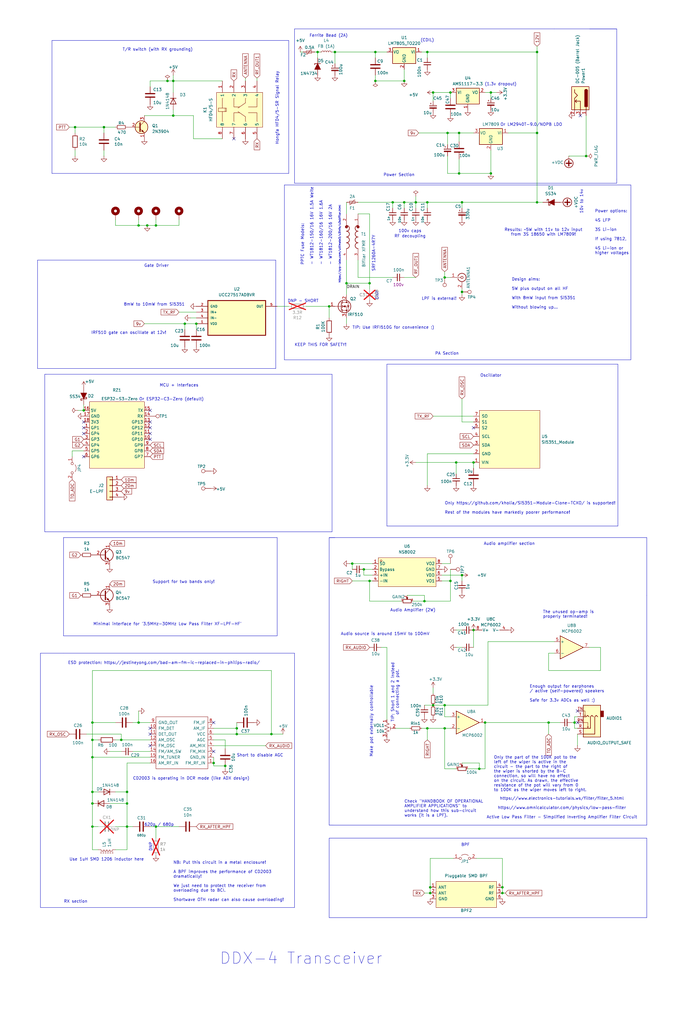
<source format=kicad_sch>
(kicad_sch (version 20240417) (generator "eeschema") (generator_version "8.99")
  (paper "User" 299.999 450.012)
  (title_block (title "DDX-4 Digital Transceiver") (date "2024-05-31") (rev "Revision 4.1") (company "Author: Dhiru Kholia (VU3CER)"))
  (text "PPTC Fuse Models:\n\n- WT1812-150/16 16V 1.5A Weite\n\n- WT1812-160/16 16V 1.6A\n\n- WT1812-200/16 16V 2A" (at 146.05 116.586 90) (effects (font (size 1.27 1.27)) (justify left bottom)))
  (text "T/R switch (with RX grounding)" (at 53.848 22.606 0) (effects (font (size 1.27 1.27)) (justify left bottom)))
  (text "(1.3v dropout)" (at 220.218 37.084 0) (effects (font (size 1.27 1.27))))
  (text "8mW to 10mW from Si5351" (at 81.28 134.62 0) (effects (font (size 1.27 1.27)) (justify right bottom)))
  (text "Power options:\n\n4S LFP\n\n3S Li-ion\n\nIf using 7812,\n\n4S Li-ion or \nhigher voltages\n" (at 261.62 112.014 0) (effects (font (size 1.27 1.27)) (justify left bottom)))
  (text "(CDIL)" (at 187.96 17.78 0) (effects (font (size 1.27 1.27))))
  (text "Audio amplifier section" (at 224.028 239.014 0) (effects (font (size 1.27 1.27))))
  (text "Oscillator" (at 215.9 165.1 0) (effects (font (size 1.27 1.27))))
  (text "ESD protection: https://jestineyong.com/bad-am-fm-ic-replaced-in-philips-radio/" (at 114.3 292.1 0) (effects (font (size 1.27 1.27)) (justify right bottom)))
  (text "Minimal interface for '3.5MHz-30MHz Low Pass Filter XF-LPF-HF'" (at 73.66 274.32 0) (effects (font (size 1.27 1.27))))
  (text "Or ESP32-C3-Zero (default)" (at 75.438 175.514 0) (effects (font (size 1.27 1.27))))
  (text "Use 1uH SMD 1206 inductor here" (at 30.48 378.46 0) (effects (font (size 1.27 1.27)) (justify left bottom)))
  (text "KEEP THIS FOR SAFETY!" (at 129.54 152.4 0) (effects (font (size 1.27 1.27)) (justify left bottom)))
  (text "CD2003 is operating in DCR mode (like ADX design)" (at 58.42 342.9 0) (effects (font (size 1.27 1.27)) (justify left bottom)))
  (text "Enough output for earphones \n/ active (self-powered) speakers\n\nSafe for 3.3v ADCs as well ;)" (at 232.918 308.61 0) (effects (font (size 1.27 1.27)) (justify left bottom)))
  (text "DNP" (at 67.056 374.142 90) (effects (font (size 1.27 1.27)) (justify left bottom)))
  (text "Audio source is around 15mV to 100mV" (at 149.86 279.4 0) (effects (font (size 1.27 1.27)) (justify left bottom)))
  (text "Power Section" (at 175.514 76.962 0) (effects (font (size 1.27 1.27))))
  (text "Or LM2940T-9.0/NOPB LDO" (at 233.68 54.864 0) (effects (font (size 1.27 1.27))))
  (text "DNP" (at 166.624 131.826 90) (effects (font (size 1.27 1.27)) (justify left bottom)))
  (text "BPF" (at 204.724 371.348 0) (effects (font (size 1.27 1.27))))
  (text "Hongfa HFD4/5-SR Signal Relay" (at 121.92 47.498 90) (effects (font (size 1.27 1.27))))
  (text "DDX-4 Transceiver" (at 96.52 424.18 0) (effects (font (size 5 5)) (justify left bottom)))
  (text "LPF is external!" (at 185.42 132.08 0) (effects (font (size 1.27 1.27)) (justify left bottom)))
  (text "Design aims:\n\n5W plus output on all HF\n\nWith 8mW input from Si5351\n\nWithout blowing up..." (at 225.044 135.89 0) (effects (font (size 1.27 1.27)) (justify left bottom)))
  (text "Check \"HANDBOOK OF OPERATIONAL\nAMPLIFIER APPLICATIONS\" to \nunderstand how this sub-circuit\nworks (it is a LPF)." (at 177.8 359.156 0) (effects (font (size 1.27 1.27)) (justify left bottom)))
  (text "Support for two bands only!" (at 80.772 255.778 0) (effects (font (size 1.27 1.27))))
  (text "MCU + Interfaces" (at 78.74 169.418 0) (effects (font (size 1.27 1.27))))
  (text "SRF1260A-4R7Y" (at 165.1 119.38 90) (effects (font (size 1.27 1.27)) (justify left bottom)))
  (text "100v caps" (at 180.34 101.6 0) (effects (font (size 1.27 1.27))))
  (text "RF decoupling" (at 180.34 103.886 0) (effects (font (size 1.27 1.27))))
  (text "PA Section" (at 196.596 155.448 0) (effects (font (size 1.27 1.27))))
  (text "https://qrp-labs.com/ultimate3/u3info/u3sbifilar.html" (at 149.86 124.46 90) (effects (font (size 0.8 0.8)) (justify left bottom)))
  (text "Only https://github.com/kholia/Si5351-Module-Clone-TCXO/ is supported!\n\nRest of the modules have markedly poorer performance!" (at 195.58 226.06 0) (effects (font (size 1.27 1.27)) (justify left bottom)))
  (text "Results: ~5W with 11v to 12v input\nfrom 3S 18650 with LM7809!" (at 239.014 102.108 0) (effects (font (size 1.27 1.27))))
  (text "10v to 14v" (at 256.54 93.98 90) (effects (font (size 1.27 1.27)) (justify left bottom)))
  (text "NB: Put this circuit in a metal enclosure!\n\nA BPF improves the performance of CD2003\ndramatically!\n\nWe just need to protect the receiver from\noverloading due to BCI.\n\nShortwave OTH radar can also cause overloading!" (at 76.2 396.24 0) (effects (font (size 1.27 1.27)) (justify left bottom)))
  (text "Short to disable AGC" (at 104.14 332.74 0) (effects (font (size 1.27 1.27)) (justify left bottom)))
  (text "Audio Amplifier (2W)" (at 181.61 268.224 0) (effects (font (size 1.27 1.27))))
  (text "620p / 680p" (at 63.5 363.22 0) (effects (font (size 1.27 1.27)) (justify left bottom)))
  (text "https://www.electronics-tutorials.ws/filter/filter_5.html\n\nhttps://www.omnicalculator.com/physics/low-pass-filter\n\nActive Low Pass Filter - Simplified Inverting Amplifier Filter Circuit" (at 247.142 355.092 0) (effects (font (size 1.27 1.27))))
  (text "DNP - SHORT" (at 126.492 133.096 0) (effects (font (size 1.27 1.27)) (justify left bottom)))
  (text "TIP: Short 1 and 2 instead\nof connecting a pot." (at 173.736 304.292 90) (effects (font (size 1.27 1.27))))
  (text "Ferrite Bead (2A)" (at 144.526 15.748 0) (effects (font (size 1.27 1.27))))
  (text "TIP: Use IRFI510G for convenience ;)" (at 154.94 144.78 0) (effects (font (size 1.27 1.27)) (justify left bottom)))
  (text "Make pot externally controllable" (at 164.084 332.74 90) (effects (font (size 1.27 1.27)) (justify left bottom)))
  (text "IRF510 gate can oscillate at 12v!" (at 56.642 146.304 0) (effects (font (size 1.27 1.27))))
  (text "Only the part of the 100K pot to the \nleft of the wiper is active in the \ncircuit - the part to the right of\nthe wiper is shorted by the B-C \nconnection, so will have no effect\non the circuit. As drawn, the effective\nresistance of the pot will vary from 0\nto 100K as the wiper moves left to right." (at 217.17 347.98 0) (effects (font (size 1.27 1.27)) (justify left bottom)))
  (text "Gate Driver" (at 68.834 116.84 0) (effects (font (size 1.27 1.27))))
  (text "The unused op-amp is \nproperly terminated!" (at 238.76 271.78 0) (effects (font (size 1.27 1.27)) (justify left bottom)))
  (text "RX section" (at 33.274 396.24 0) (effects (font (size 1.27 1.27))))
  (junction (at 36.83 180.34))
  (junction (at 162.56 124.46))
  (junction (at 198.12 255.27))
  (junction (at 236.22 88.9))
  (junction (at 60.96 99.06))
  (junction (at 190.5 40.64))
  (junction (at 177.8 35.56))
  (junction (at 187.96 22.86))
  (junction (at 60.96 317.5))
  (junction (at 86.36 142.24))
  (junction (at 139.7 22.86))
  (junction (at 203.2 252.73))
  (junction (at 55.88 363.22))
  (junction (at 236.22 58.42))
  (junction (at 220.98 389.89))
  (junction (at 40.64 353.06))
  (junction (at 40.64 363.22))
  (junction (at 45.72 55.88))
  (junction (at 40.64 332.74))
  (junction (at 68.58 99.06))
  (junction (at 195.58 320.04))
  (junction (at 73.66 35.56))
  (junction (at 241.3 317.5))
  (junction (at 198.12 40.64))
  (junction (at 208.28 276.86))
  (junction (at 68.58 363.22))
  (junction (at 55.88 353.06))
  (junction (at 165.1 35.56))
  (junction (at 55.88 347.98))
  (junction (at 195.58 309.88))
  (junction (at 190.5 309.88))
  (junction (at 177.8 88.9))
  (junction (at 186.69 264.16))
  (junction (at 40.64 347.98))
  (junction (at 162.56 255.27))
  (junction (at 252.73 317.5))
  (junction (at 104.14 320.04))
  (junction (at 215.9 40.64))
  (junction (at 172.72 88.9))
  (junction (at 147.32 22.86))
  (junction (at 160.02 250.19))
  (junction (at 40.64 325.12))
  (junction (at 201.93 58.42))
  (junction (at 144.78 134.62))
  (junction (at 196.85 58.42))
  (junction (at 152.4 124.46))
  (junction (at 104.14 322.58))
  (junction (at 53.34 325.12))
  (junction (at 213.36 317.5))
  (junction (at 236.22 22.86))
  (junction (at 208.28 203.2))
  (junction (at 182.88 88.9))
  (junction (at 40.64 317.5))
  (junction (at 93.98 335.28))
  (junction (at 81.28 142.24))
  (junction (at 203.2 88.9))
  (junction (at 187.96 88.9))
  (junction (at 189.23 392.43))
  (junction (at 64.77 99.06))
  (junction (at 215.9 76.2))
  (junction (at 154.94 247.65))
  (junction (at 33.02 55.88))
  (junction (at 187.96 320.04))
  (junction (at 76.2 50.8))
  (junction (at 165.1 22.86))
  (junction (at 200.66 203.2))
  (junction (at 99.06 336.55))
  (junction (at 257.81 68.58))
  (junction (at 119.38 322.58))
  (junction (at 189.23 389.89))
  (junction (at 201.93 76.2))
  (junction (at 195.58 121.92))
  (junction (at 203.2 128.27))
  (junction (at 220.98 392.43))
  (junction (at 210.82 337.82))
  (junction (at 76.2 35.56))
  (no_connect (at 102.87 60.96))
  (no_connect (at 66.04 320.04))
  (no_connect (at 66.04 193.04))
  (no_connect (at 66.04 187.96))
  (no_connect (at 254 317.5))
  (no_connect (at 66.04 180.34))
  (no_connect (at 93.98 317.5))
  (no_connect (at 66.04 322.58))
  (no_connect (at 208.28 187.96))
  (no_connect (at 36.83 190.5))
  (no_connect (at 66.04 185.42))
  (no_connect (at 255.27 50.8))
  (no_connect (at 66.04 327.66))
  (no_connect (at 36.83 187.96))
  (no_connect (at 36.83 185.42))
  (no_connect (at 93.98 330.2))
  (no_connect (at 36.83 200.66))
  (no_connect (at 254 312.42))
  (no_connect (at 66.04 190.5))
  (wire (pts (xy 40.64 347.98) (xy 40.64 353.06)))
  (wire (pts (xy 215.9 66.04) (xy 215.9 76.2)))
  (wire (pts (xy 189.23 389.89) (xy 189.23 392.43)))
  (wire (pts (xy 64.77 99.06) (xy 68.58 99.06)))
  (wire (pts (xy 162.56 264.16) (xy 176.53 264.16)))
  (polyline (pts (xy 17.145 114.3) (xy 121.285 114.3)))
  (wire (pts (xy 31.75 198.12) (xy 36.83 198.12)))
  (wire (pts (xy 66.04 35.56) (xy 66.04 38.1)))
  (wire (pts (xy 93.98 332.74) (xy 93.98 335.28)))
  (wire (pts (xy 187.96 88.9) (xy 187.96 91.44)))
  (wire (pts (xy 40.64 325.12) (xy 40.64 317.5)))
  (wire (pts (xy 144.78 139.7) (xy 144.78 134.62)))
  (wire (pts (xy 252.73 317.5) (xy 252.73 320.04)))
  (polyline (pts (xy 19.685 164.465) (xy 19.685 233.68)))
  (wire (pts (xy 198.12 40.64) (xy 198.12 43.18)))
  (wire (pts (xy 43.18 347.98) (xy 40.64 347.98)))
  (wire (pts (xy 165.1 22.86) (xy 165.1 25.4)))
  (wire (pts (xy 157.48 93.98) (xy 162.56 93.98)))
  (wire (pts (xy 99.06 325.12) (xy 99.06 328.93)))
  (wire (pts (xy 236.22 20.32) (xy 236.22 22.86)))
  (polyline (pts (xy 20.32 164.465) (xy 146.05 164.465)))
  (wire (pts (xy 45.72 55.88) (xy 45.72 58.42)))
  (wire (pts (xy 93.98 335.28) (xy 93.98 336.55)))
  (wire (pts (xy 195.58 121.92) (xy 198.12 121.92)))
  (polyline (pts (xy 243.84 12.7) (xy 271.145 12.7)))
  (wire (pts (xy 40.64 317.5) (xy 40.64 294.64)))
  (polyline (pts (xy 271.272 78.74) (xy 271.272 80.518)))
  (wire (pts (xy 208.28 199.39) (xy 187.96 199.39)))
  (wire (pts (xy 187.96 25.4) (xy 187.96 22.86)))
  (wire (pts (xy 187.96 199.39) (xy 187.96 213.36)))
  (polyline (pts (xy 27.94 236.22) (xy 27.94 279.4)))
  (wire (pts (xy 172.72 88.9) (xy 177.8 88.9)))
  (wire (pts (xy 45.72 55.88) (xy 50.8 55.88)))
  (polyline (pts (xy 284.48 236.22) (xy 284.48 261.62)))
  (wire (pts (xy 223.52 58.42) (xy 236.22 58.42)))
  (wire (pts (xy 203.2 252.73) (xy 203.2 255.27)))
  (wire (pts (xy 157.48 114.3) (xy 157.48 121.92)))
  (wire (pts (xy 99.06 336.55) (xy 99.06 337.82)))
  (wire (pts (xy 259.08 284.48) (xy 264.16 284.48)))
  (wire (pts (xy 195.58 320.04) (xy 198.12 320.04)))
  (wire (pts (xy 160.02 252.73) (xy 160.02 250.19)))
  (wire (pts (xy 139.7 22.86) (xy 140.97 22.86)))
  (wire (pts (xy 177.8 88.9) (xy 177.8 91.44)))
  (wire (pts (xy 154.94 247.65) (xy 163.83 247.65)))
  (wire (pts (xy 195.58 320.04) (xy 195.58 337.82)))
  (wire (pts (xy 198.12 255.27) (xy 198.12 264.16)))
  (wire (pts (xy 154.94 255.27) (xy 162.56 255.27)))
  (wire (pts (xy 257.81 68.58) (xy 250.19 68.58)))
  (wire (pts (xy 198.12 250.19) (xy 198.12 255.27)))
  (wire (pts (xy 40.64 294.64) (xy 119.38 294.64)))
  (wire (pts (xy 86.36 142.24) (xy 86.36 144.78)))
  (polyline (pts (xy 129.54 12.7) (xy 243.84 12.7)))
  (wire (pts (xy 119.38 322.58) (xy 124.46 322.58)))
  (wire (pts (xy 40.64 332.74) (xy 40.64 325.12)))
  (wire (pts (xy 257.81 68.58) (xy 257.81 50.8)))
  (wire (pts (xy 55.88 363.22) (xy 55.88 373.38)))
  (wire (pts (xy 187.96 320.04) (xy 187.96 325.12)))
  (wire (pts (xy 195.58 337.82) (xy 200.66 337.82)))
  (wire (pts (xy 132.08 22.86) (xy 133.35 22.86)))
  (polyline (pts (xy 271.272 12.7) (xy 259.334 12.7)))
  (wire (pts (xy 201.93 69.85) (xy 201.93 76.2)))
  (wire (pts (xy 83.82 139.7) (xy 86.36 139.7)))
  (polyline (pts (xy 129.54 12.7) (xy 129.54 78.74)))
  (wire (pts (xy 254 322.58) (xy 254 327.66)))
  (wire (pts (xy 33.02 58.42) (xy 33.02 55.88)))
  (polyline (pts (xy 271.78 160.02) (xy 271.78 231.14)))
  (wire (pts (xy 45.72 66.04) (xy 45.72 68.58)))
  (wire (pts (xy 182.88 203.2) (xy 200.66 203.2)))
  (wire (pts (xy 85.09 50.8) (xy 85.09 60.96)))
  (wire (pts (xy 236.22 88.9) (xy 238.76 88.9)))
  (wire (pts (xy 76.2 33.02) (xy 76.2 35.56)))
  (polyline (pts (xy 144.78 236.22) (xy 284.48 236.22)))
  (wire (pts (xy 152.4 93.98) (xy 152.4 88.9)))
  (wire (pts (xy 220.98 389.89) (xy 220.98 392.43)))
  (wire (pts (xy 213.36 40.64) (xy 215.9 40.64)))
  (wire (pts (xy 157.48 88.9) (xy 172.72 88.9)))
  (wire (pts (xy 104.14 320.04) (xy 104.14 322.58)))
  (wire (pts (xy 119.38 294.64) (xy 119.38 322.58)))
  (wire (pts (xy 73.66 35.56) (xy 66.04 35.56)))
  (wire (pts (xy 81.28 144.78) (xy 81.28 142.24)))
  (wire (pts (xy 203.2 284.48) (xy 200.66 284.48)))
  (wire (pts (xy 68.58 363.22) (xy 78.74 363.22)))
  (wire (pts (xy 215.9 40.64) (xy 215.9 43.18)))
  (wire (pts (xy 252.73 314.96) (xy 252.73 317.5)))
  (wire (pts (xy 60.96 317.5) (xy 60.96 312.42)))
  (wire (pts (xy 157.48 121.92) (xy 172.72 121.92)))
  (polyline (pts (xy 27.94 236.22) (xy 121.92 236.22)))
  (wire (pts (xy 154.94 247.65) (xy 154.94 250.19)))
  (wire (pts (xy 55.88 335.28) (xy 66.04 335.28)))
  (wire (pts (xy 254 314.96) (xy 252.73 314.96)))
  (wire (pts (xy 68.58 99.06) (xy 78.74 99.06)))
  (polyline (pts (xy 121.92 279.4) (xy 27.94 279.4)))
  (wire (pts (xy 162.56 93.98) (xy 162.56 124.46)))
  (wire (pts (xy 215.9 40.64) (xy 218.44 40.64)))
  (wire (pts (xy 152.4 124.46) (xy 152.4 129.54)))
  (wire (pts (xy 58.42 330.2) (xy 66.04 330.2)))
  (polyline (pts (xy 129.54 287.02) (xy 129.54 398.78)))
  (wire (pts (xy 50.8 99.06) (xy 60.96 99.06)))
  (wire (pts (xy 185.42 320.04) (xy 187.96 320.04)))
  (wire (pts (xy 104.14 322.58) (xy 119.38 322.58)))
  (wire (pts (xy 165.1 35.56) (xy 177.8 35.56)))
  (wire (pts (xy 48.26 353.06) (xy 55.88 353.06)))
  (polyline (pts (xy 170.18 160.02) (xy 271.78 160.02)))
  (wire (pts (xy 76.2 35.56) (xy 97.79 35.56)))
  (wire (pts (xy 214.63 281.94) (xy 243.84 281.94)))
  (wire (pts (xy 264.16 284.48) (xy 264.16 294.64)))
  (polyline (pts (xy 17.78 398.78) (xy 17.78 287.02)))
  (wire (pts (xy 203.2 185.42) (xy 208.28 185.42)))
  (polyline (pts (xy 16.51 114.3) (xy 17.145 114.3)))
  (wire (pts (xy 196.85 58.42) (xy 196.85 63.5)))
  (polyline (pts (xy 170.18 160.02) (xy 170.18 231.14)))
  (wire (pts (xy 50.8 363.22) (xy 55.88 363.22)))
  (wire (pts (xy 195.58 309.88) (xy 214.63 309.88)))
  (wire (pts (xy 34.29 180.34) (xy 36.83 180.34)))
  (wire (pts (xy 152.4 142.24) (xy 152.4 139.7)))
  (polyline (pts (xy 125.095 81.28) (xy 125.095 158.115)))
  (wire (pts (xy 113.03 34.29) (xy 113.03 35.56)))
  (wire (pts (xy 172.72 88.9) (xy 172.72 91.44)))
  (wire (pts (xy 170.18 284.48) (xy 170.18 316.23)))
  (wire (pts (xy 194.31 252.73) (xy 203.2 252.73)))
  (wire (pts (xy 201.93 76.2) (xy 215.9 76.2)))
  (wire (pts (xy 243.84 287.02) (xy 241.3 287.02)))
  (wire (pts (xy 200.66 203.2) (xy 200.66 208.28)))
  (wire (pts (xy 195.58 309.88) (xy 195.58 314.96)))
  (polyline (pts (xy 127 76.2) (xy 22.86 76.2)))
  (wire (pts (xy 208.28 203.2) (xy 208.28 205.74)))
  (wire (pts (xy 50.8 347.98) (xy 55.88 347.98)))
  (wire (pts (xy 40.64 317.5) (xy 50.8 317.5)))
  (wire (pts (xy 203.2 88.9) (xy 236.22 88.9)))
  (polyline (pts (xy 146.05 164.465) (xy 146.05 233.68)))
  (wire (pts (xy 182.88 88.9) (xy 187.96 88.9)))
  (wire (pts (xy 55.88 363.22) (xy 58.42 363.22)))
  (wire (pts (xy 146.05 22.86) (xy 147.32 22.86)))
  (wire (pts (xy 40.64 363.22) (xy 43.18 363.22)))
  (wire (pts (xy 48.26 330.2) (xy 53.34 330.2)))
  (wire (pts (xy 50.8 325.12) (xy 53.34 325.12)))
  (wire (pts (xy 162.56 255.27) (xy 163.83 255.27)))
  (wire (pts (xy 33.02 55.88) (xy 45.72 55.88)))
  (wire (pts (xy 205.74 337.82) (xy 210.82 337.82)))
  (wire (pts (xy 241.3 317.5) (xy 241.3 322.58)))
  (wire (pts (xy 195.58 119.38) (xy 195.58 121.92)))
  (wire (pts (xy 236.22 58.42) (xy 236.22 22.86)))
  (wire (pts (xy 187.96 88.9) (xy 203.2 88.9)))
  (wire (pts (xy 160.02 250.19) (xy 163.83 250.19)))
  (wire (pts (xy 213.36 317.5) (xy 213.36 337.82)))
  (wire (pts (xy 241.3 287.02) (xy 241.3 294.64)))
  (polyline (pts (xy 22.86 17.78) (xy 127 17.78)))
  (wire (pts (xy 241.3 294.64) (xy 264.16 294.64)))
  (wire (pts (xy 153.67 247.65) (xy 154.94 247.65)))
  (polyline (pts (xy 16.51 161.925) (xy 16.51 114.3)))
  (wire (pts (xy 190.5 182.88) (xy 208.28 182.88)))
  (wire (pts (xy 81.28 142.24) (xy 86.36 142.24)))
  (wire (pts (xy 194.31 247.65) (xy 198.12 247.65)))
  (polyline (pts (xy 284.48 403.225) (xy 144.78 403.225)))
  (polyline (pts (xy 144.78 261.62) (xy 144.78 236.22)))
  (polyline (pts (xy 19.685 164.465) (xy 20.32 164.465)))
  (polyline (pts (xy 144.78 368.3) (xy 284.48 368.3)))
  (wire (pts (xy 93.98 322.58) (xy 104.14 322.58)))
  (polyline (pts (xy 271.272 78.74) (xy 271.272 12.7)))
  (polyline (pts (xy 146.05 233.68) (xy 19.685 233.68)))
  (polyline (pts (xy 144.78 236.22) (xy 147.32 236.22)))
  (wire (pts (xy 138.43 22.86) (xy 139.7 22.86)))
  (wire (pts (xy 179.07 261.62) (xy 186.69 261.62)))
  (wire (pts (xy 50.8 373.38) (xy 55.88 373.38)))
  (polyline (pts (xy 277.495 158.115) (xy 125.095 158.115)))
  (wire (pts (xy 165.1 22.86) (xy 170.18 22.86)))
  (wire (pts (xy 190.5 309.88) (xy 195.58 309.88)))
  (wire (pts (xy 165.1 33.02) (xy 165.1 35.56)))
  (wire (pts (xy 186.69 264.16) (xy 198.12 264.16)))
  (wire (pts (xy 254 320.04) (xy 252.73 320.04)))
  (polyline (pts (xy 27.94 287.02) (xy 129.54 287.02)))
  (wire (pts (xy 121.92 134.62) (xy 127 134.62)))
  (wire (pts (xy 78.74 99.06) (xy 78.74 96.52)))
  (wire (pts (xy 152.4 124.46) (xy 162.56 124.46)))
  (wire (pts (xy 134.62 134.62) (xy 144.78 134.62)))
  (wire (pts (xy 66.04 363.22) (xy 68.58 363.22)))
  (wire (pts (xy 36.83 177.8) (xy 36.83 180.34)))
  (wire (pts (xy 196.85 68.58) (xy 196.85 76.2)))
  (wire (pts (xy 177.8 88.9) (xy 182.88 88.9)))
  (wire (pts (xy 186.69 392.43) (xy 189.23 392.43)))
  (polyline (pts (xy 129.54 78.74) (xy 129.54 80.518)))
  (wire (pts (xy 201.93 58.42) (xy 208.28 58.42)))
  (wire (pts (xy 210.82 335.28) (xy 210.82 337.82)))
  (wire (pts (xy 190.5 40.64) (xy 198.12 40.64)))
  (wire (pts (xy 40.64 363.22) (xy 40.64 353.06)))
  (wire (pts (xy 173.99 320.04) (xy 180.34 320.04)))
  (polyline (pts (xy 129.54 398.78) (xy 17.78 398.78)))
  (wire (pts (xy 31.75 198.12) (xy 31.75 200.66)))
  (wire (pts (xy 93.98 320.04) (xy 104.14 320.04)))
  (wire (pts (xy 203.2 175.26) (xy 203.2 185.42)))
  (wire (pts (xy 30.48 55.88) (xy 33.02 55.88)))
  (wire (pts (xy 60.96 96.52) (xy 60.96 99.06)))
  (wire (pts (xy 78.74 137.16) (xy 86.36 137.16)))
  (wire (pts (xy 210.82 337.82) (xy 213.36 337.82)))
  (wire (pts (xy 220.98 377.19) (xy 220.98 389.89)))
  (polyline (pts (xy 144.78 362.585) (xy 284.48 362.585)))
  (wire (pts (xy 203.2 88.9) (xy 203.2 91.44)))
  (wire (pts (xy 63.5 142.24) (xy 81.28 142.24)))
  (polyline (pts (xy 22.86 17.78) (xy 22.86 76.2)))
  (polyline (pts (xy 127 17.78) (xy 127 76.2)))
  (wire (pts (xy 213.36 317.5) (xy 241.3 317.5)))
  (wire (pts (xy 203.2 335.28) (xy 210.82 335.28)))
  (wire (pts (xy 236.22 58.42) (xy 236.22 88.9)))
  (wire (pts (xy 163.83 252.73) (xy 160.02 252.73)))
  (wire (pts (xy 187.96 22.86) (xy 236.22 22.86)))
  (wire (pts (xy 186.69 309.88) (xy 190.5 309.88)))
  (wire (pts (xy 139.7 22.86) (xy 139.7 25.4)))
  (wire (pts (xy 190.5 302.26) (xy 190.5 304.8)))
  (wire (pts (xy 162.56 124.46) (xy 162.56 127)))
  (wire (pts (xy 195.58 314.96) (xy 198.12 314.96)))
  (wire (pts (xy 162.56 255.27) (xy 162.56 264.16)))
  (wire (pts (xy 33.02 66.04) (xy 33.02 68.58)))
  (wire (pts (xy 76.2 35.56) (xy 76.2 40.64)))
  (wire (pts (xy 220.98 392.43) (xy 222.25 392.43)))
  (wire (pts (xy 186.69 261.62) (xy 186.69 264.16)))
  (wire (pts (xy 107.95 34.29) (xy 107.95 35.56)))
  (polyline (pts (xy 284.48 362.585) (xy 284.48 261.62)))
  (polyline (pts (xy 125.095 81.28) (xy 277.495 81.28)))
  (wire (pts (xy 43.18 325.12) (xy 40.64 325.12)))
  (wire (pts (xy 43.18 373.38) (xy 40.64 373.38)))
  (wire (pts (xy 203.2 128.27) (xy 203.2 129.54)))
  (polyline (pts (xy 271.78 231.14) (xy 170.18 231.14)))
  (wire (pts (xy 241.3 317.5) (xy 246.38 317.5)))
  (wire (pts (xy 181.61 264.16) (xy 186.69 264.16)))
  (wire (pts (xy 68.58 96.52) (xy 68.58 99.06)))
  (wire (pts (xy 147.32 22.86) (xy 165.1 22.86)))
  (wire (pts (xy 104.14 317.5) (xy 104.14 320.04)))
  (polyline (pts (xy 277.495 81.28) (xy 277.495 158.115)))
  (polyline (pts (xy 144.78 362.585) (xy 146.685 362.585)))
  (wire (pts (xy 208.28 276.86) (xy 208.28 284.48)))
  (wire (pts (xy 53.34 325.12) (xy 66.04 325.12)))
  (wire (pts (xy 85.09 60.96) (xy 97.79 60.96)))
  (wire (pts (xy 189.23 377.19) (xy 189.23 389.89)))
  (wire (pts (xy 203.2 276.86) (xy 200.66 276.86)))
  (wire (pts (xy 40.64 332.74) (xy 40.64 347.98)))
  (wire (pts (xy 203.2 127) (xy 203.2 128.27)))
  (polyline (pts (xy 121.285 161.925) (xy 16.51 161.925)))
  (wire (pts (xy 76.2 50.8) (xy 76.2 48.26)))
  (wire (pts (xy 196.85 58.42) (xy 201.93 58.42)))
  (wire (pts (xy 190.5 40.64) (xy 190.5 44.45)))
  (wire (pts (xy 55.88 353.06) (xy 55.88 347.98)))
  (polyline (pts (xy 121.285 114.3) (xy 121.285 161.925)))
  (wire (pts (xy 194.31 255.27) (xy 198.12 255.27)))
  (wire (pts (xy 55.88 363.22) (xy 55.88 353.06)))
  (wire (pts (xy 214.63 309.88) (xy 214.63 281.94)))
  (wire (pts (xy 76.2 50.8) (xy 85.09 50.8)))
  (wire (pts (xy 182.88 88.9) (xy 182.88 91.44)))
  (wire (pts (xy 184.15 58.42) (xy 196.85 58.42)))
  (wire (pts (xy 167.64 284.48) (xy 170.18 284.48)))
  (wire (pts (xy 209.55 377.19) (xy 220.98 377.19)))
  (polyline (pts (xy 129.54 80.518) (xy 271.272 80.518)))
  (wire (pts (xy 40.64 363.22) (xy 40.64 373.38)))
  (wire (pts (xy 93.98 325.12) (xy 99.06 325.12)))
  (wire (pts (xy 40.64 332.74) (xy 66.04 332.74)))
  (wire (pts (xy 196.85 76.2) (xy 201.93 76.2)))
  (wire (pts (xy 63.5 50.8) (xy 76.2 50.8)))
  (polyline (pts (xy 284.48 368.3) (xy 284.48 403.225)))
  (wire (pts (xy 182.88 86.36) (xy 182.88 88.9)))
  (wire (pts (xy 189.23 377.19) (xy 199.39 377.19)))
  (wire (pts (xy 152.4 114.3) (xy 152.4 124.46)))
  (wire (pts (xy 177.8 121.92) (xy 182.88 121.92)))
  (wire (pts (xy 53.34 322.58) (xy 53.34 325.12)))
  (polyline (pts (xy 144.78 368.3) (xy 144.78 403.225)))
  (wire (pts (xy 201.93 58.42) (xy 201.93 62.23)))
  (polyline (pts (xy 144.78 261.62) (xy 144.78 362.585)))
  (wire (pts (xy 200.66 203.2) (xy 208.28 203.2)))
  (wire (pts (xy 177.8 30.48) (xy 177.8 35.56)))
  (wire (pts (xy 187.96 320.04) (xy 195.58 320.04)))
  (wire (pts (xy 93.98 327.66) (xy 116.84 327.66)))
  (wire (pts (xy 55.88 335.28) (xy 55.88 347.98)))
  (wire (pts (xy 50.8 96.52) (xy 50.8 99.06)))
  (wire (pts (xy 76.2 35.56) (xy 73.66 35.56)))
  (wire (pts (xy 68.58 368.3) (xy 68.58 363.22)))
  (wire (pts (xy 38.1 322.58) (xy 53.34 322.58)))
  (wire (pts (xy 147.32 22.86) (xy 147.32 27.94)))
  (polyline (pts (xy 17.78 287.02) (xy 27.94 287.02)))
  (wire (pts (xy 60.96 99.06) (xy 64.77 99.06)))
  (wire (pts (xy 93.98 336.55) (xy 99.06 336.55)))
  (wire (pts (xy 185.42 22.86) (xy 187.96 22.86)))
  (polyline (pts (xy 121.92 236.22) (xy 121.92 279.4)))
  (wire (pts (xy 58.42 317.5) (xy 60.96 317.5)))
  (wire (pts (xy 251.46 317.5) (xy 252.73 317.5)))
  (wire (pts (xy 66.04 317.5) (xy 60.96 317.5)))
  (label "DRAIN" (at 152.4 127 0))
  (global_label "TO_ADC" (shape input) (at 31.75 210.82 270) (property "Intersheetrefs" "${INTERSHEET_REFS}" (effects (hide yes))))
  (global_label "TX_RF" (shape input) (at 78.74 137.16 180) (property "Intersheetrefs" "${INTERSHEET_REFS}" (effects (hide yes))))
  (global_label "20m" (shape input) (at 53.34 213.36 0) (property "Intersheetrefs" "${INTERSHEET_REFS}" (effects (hide yes))))
  (global_label "SDA" (shape input) (at 66.04 198.12 0) (property "Intersheetrefs" "${INTERSHEET_REFS}" (effects (hide yes))))
  (global_label "TX_RF" (shape input) (at 190.5 182.88 180) (property "Intersheetrefs" "${INTERSHEET_REFS}" (effects (hide yes))))
  (global_label "RIGHT" (shape input) (at 187.96 325.12 270) (property "Intersheetrefs" "${INTERSHEET_REFS}" (effects (hide yes))))
  (global_label "G2" (shape input) (at 36.83 195.58 180) (property "Intersheetrefs" "${INTERSHEET_REFS}" (effects (hide yes))))
  (global_label "RX" (shape input) (at 102.87 35.56 90) (property "Intersheetrefs" "${INTERSHEET_REFS}" (effects (hide yes))))
  (global_label "9v" (shape input) (at 63.5 142.24 180) (property "Intersheetrefs" "${INTERSHEET_REFS}" (effects (hide yes))))
  (global_label "10m" (shape input) (at 48.26 238.76 0) (property "Intersheetrefs" "${INTERSHEET_REFS}" (effects (hide yes))))
  (global_label "RX" (shape input) (at 113.03 60.96 270) (property "Intersheetrefs" "${INTERSHEET_REFS}" (effects (hide yes))))
  (global_label "RF_OUT1" (shape input) (at 113.03 34.29 90) (property "Intersheetrefs" "${INTERSHEET_REFS}" (effects (hide yes))))
  (global_label "RX_OSC" (shape input) (at 30.48 322.58 180) (property "Intersheetrefs" "${INTERSHEET_REFS}" (effects (hide yes))))
  (global_label "PTT" (shape input) (at 66.04 200.66 0) (property "Intersheetrefs" "${INTERSHEET_REFS}" (effects (hide yes))))
  (global_label "G1" (shape input) (at 35.56 261.62 180) (property "Intersheetrefs" "${INTERSHEET_REFS}" (effects (hide yes))))
  (global_label "RX_AUDIO" (shape input) (at 116.84 327.66 0) (property "Intersheetrefs" "${INTERSHEET_REFS}" (effects (hide yes))))
  (global_label "G2" (shape input) (at 35.56 243.84 180) (property "Intersheetrefs" "${INTERSHEET_REFS}" (effects (hide yes))))
  (global_label "TO_ADC" (shape input) (at 241.3 322.58 270) (property "Intersheetrefs" "${INTERSHEET_REFS}" (effects (hide yes))))
  (global_label "SCL" (shape input) (at 208.28 191.77 180) (property "Intersheetrefs" "${INTERSHEET_REFS}" (effects (hide yes))))
  (global_label "SDA" (shape input) (at 208.28 195.58 180) (property "Intersheetrefs" "${INTERSHEET_REFS}" (effects (hide yes))))
  (global_label "RX_AFTER_HPF" (shape input) (at 222.25 392.43 0) (property "Intersheetrefs" "${INTERSHEET_REFS}" (effects (hide yes))))
  (global_label "RX" (shape input) (at 186.69 392.43 180) (property "Intersheetrefs" "${INTERSHEET_REFS}" (effects (hide yes))))
  (global_label "SCL" (shape input) (at 66.04 195.58 0) (property "Intersheetrefs" "${INTERSHEET_REFS}" (effects (hide yes))))
  (global_label "RX_AFTER_HPF" (shape input) (at 86.36 363.22 0) (property "Intersheetrefs" "${INTERSHEET_REFS}" (effects (hide yes))))
  (global_label "RX_AUDIO" (shape input) (at 162.56 284.48 180) (property "Intersheetrefs" "${INTERSHEET_REFS}" (effects (hide yes))))
  (global_label "12V" (shape input) (at 236.22 20.32 90) (property "Intersheetrefs" "${INTERSHEET_REFS}" (effects (hide yes))))
  (global_label "PTT" (shape input) (at 30.48 55.88 180) (property "Intersheetrefs" "${INTERSHEET_REFS}" (effects (hide yes))))
  (global_label "ANTENNA" (shape input) (at 195.58 119.38 90) (property "Intersheetrefs" "${INTERSHEET_REFS}" (effects (hide yes))))
  (global_label "10m" (shape input) (at 53.34 210.82 0) (property "Intersheetrefs" "${INTERSHEET_REFS}" (effects (hide yes))))
  (global_label "RF_OUT1" (shape input) (at 182.88 121.92 90) (property "Intersheetrefs" "${INTERSHEET_REFS}" (effects (hide yes))))
  (global_label "ANTENNA" (shape input) (at 107.95 34.29 90) (property "Intersheetrefs" "${INTERSHEET_REFS}" (effects (hide yes))))
  (global_label "9v" (shape input) (at 184.15 58.42 180) (property "Intersheetrefs" "${INTERSHEET_REFS}" (effects (hide yes))))
  (global_label "RIGHT" (shape input) (at 154.94 255.27 180) (property "Intersheetrefs" "${INTERSHEET_REFS}" (effects (hide yes))))
  (global_label "20m" (shape input) (at 48.26 256.54 0) (property "Intersheetrefs" "${INTERSHEET_REFS}" (effects (hide yes))))
  (global_label "G1" (shape input) (at 36.83 193.04 180) (property "Intersheetrefs" "${INTERSHEET_REFS}" (effects (hide yes))))
  (global_label "9v" (shape input) (at 53.34 215.9 0) (property "Intersheetrefs" "${INTERSHEET_REFS}" (effects (hide yes))))
  (global_label "RX_OSC" (shape input) (at 203.2 175.26 90) (property "Intersheetrefs" "${INTERSHEET_REFS}" (effects (hide yes))))
  (symbol (lib_id "Device:C_Polarized_Small") (at 203.2 93.98 0) (unit 1)
    (property "Reference" "C5" (at 200.152 90.678 0) (effects (justify left)))
    (property "Value" "330u" (at 205.74 96.52 90) (effects (justify left)))
    (property "Footprint" "Capacitor_THT:CP_Radial_D8.0mm_P5.00mm" (effects (hide yes)))
    (property "Source" "LCSC" (effects (hide yes)))
  )
  (symbol (lib_id "Device:C_Small") (at 175.26 121.92 270) (unit 1)
    (property "Reference" "C7" (at 171.196 123.444 90))
    (property "Value" "100n" (at 175.387 118.618 90))
    (property "Footprint" "Capacitor_SMD:C_1206_3216Metric_Pad1.33x1.80mm_HandSolder" (effects (hide yes)))
    (property "Source" "LCSC" (effects (hide yes)))
    (property "Voltage" "100v" (at 175.26 125.095 90))
  )
  (symbol (lib_id "power:+VDC") (at 250.19 68.58 0) (mirror x) (unit 1)
    (property "Reference" "#PWR0110" (effects (hide yes)))
    (property "Value" "+VDC" (at 242.443 71.374 0) (effects (justify left)))
    (property "Description" "Power symbol creates a global label with name \"+VDC\"" (effects (hide yes)))
  )
  (symbol (lib_id "power:PWR_FLAG") (at 257.81 68.58 270) (mirror x) (unit 1)
    (property "Reference" "#FLG0103" (effects (hide yes)))
    (property "Value" "PWR_FLAG" (at 262.2042 68.58 0))
    (property "Description" "Special symbol for telling ERC where power comes from" (effects (hide yes)))
  )
  (symbol (lib_id "Device:C_Small") (at 177.8 93.98 0) (unit 1)
    (property "Reference" "C6" (at 175.768 90.932 90))
    (property "Value" "10n" (at 175.768 96.52 90) (effects (font (size 0.9906 0.9906))))
    (property "Footprint" "Capacitor_SMD:C_1206_3216Metric_Pad1.33x1.80mm_HandSolder" (effects (hide yes)))
    (property "Source" "LCSC" (effects (hide yes)))
  )
  (symbol (lib_id "Device:C") (at 208.28 209.55 180) (unit 1)
    (property "Reference" "C12" (at 207.772 212.598 0) (effects (justify left)))
    (property "Value" "10u" (at 208.026 207.01 0) (effects (justify left)))
    (property "Footprint" "Capacitor_SMD:C_1206_3216Metric_Pad1.33x1.80mm_HandSolder" (effects (hide yes)))
    (property "Source" "LCSC" (effects (hide yes)))
  )
  (symbol (lib_id "power:GND") (at 33.02 68.58 0) (unit 1)
    (property "Reference" "#PWR018" (effects (hide yes)))
    (property "Value" "GND" (effects (hide yes)))
    (property "Description" "Power symbol creates a global label with name \"GND\" , ground" (effects (hide yes)))
  )
  (symbol (lib_id "power:PWR_FLAG") (at 182.88 86.36 0) (unit 1)
    (property "Reference" "#FLG01" (effects (hide yes)))
    (property "Value" "PWR_FLAG" (effects (hide yes)))
    (property "Description" "Special symbol for telling ERC where power comes from" (effects (hide yes)))
  )
  (symbol (lib_id "Device:C_Small") (at 248.92 317.5 90) (unit 1)
    (property "Reference" "C43" (at 248.9708 314.3504 90))
    (property "Value" "10u" (at 249.047 320.294 90))
    (property "Footprint" "Capacitor_SMD:C_1206_3216Metric_Pad1.33x1.80mm_HandSolder" (effects (hide yes)))
    (property "Source" "LCSC" (effects (hide yes)))
  )
  (symbol (lib_id "Mechanical:MountingHole_Pad") (at 50.8 93.98 0) (unit 1)
    (property "Reference" "H1" (effects (hide yes)))
    (property "Value" "MountingHole_Pad" (effects (hide yes)))
    (property "Footprint" "MountingHole:MountingHole_3.2mm_M3_Pad_Via" (effects (hide yes)))
    (property "Source" "NA" (effects (hide yes)))
  )
  (symbol (lib_id "Device:C") (at 201.93 66.04 0) (unit 1)
    (property "Reference" "C30" (at 197.866 64.008 0) (effects (justify left)))
    (property "Value" "100n" (at 201.93 68.326 0) (effects (justify left)))
    (property "Footprint" "Capacitor_SMD:C_1206_3216Metric_Pad1.33x1.80mm_HandSolder" (effects (hide yes)))
    (property "Source" "LCSC" (effects (hide yes)))
  )
  (symbol (lib_id "Device:R_Small") (at 190.5 312.42 0) (unit 1)
    (property "Reference" "R11" (at 194.056 312.674 90))
    (property "Value" "10k" (at 192.2526 312.4708 90))
    (property "Footprint" "Resistor_SMD:R_1206_3216Metric_Pad1.30x1.75mm_HandSolder" (effects (hide yes)))
    (property "Source" "LCSC" (effects (hide yes)))
  )
  (symbol (lib_id "Device:C") (at 81.28 148.59 0) (unit 1)
    (property "Reference" "C23" (at 76.835 145.415 0) (effects (justify left)))
    (property "Value" "10u" (at 74.93 151.765 0) (effects (justify left)))
    (property "Footprint" "Capacitor_SMD:C_1206_3216Metric_Pad1.33x1.80mm_HandSolder" (effects (hide yes)))
    (property "Source" "LCSC" (effects (hide yes)))
  )
  (symbol (lib_id "power:+VDC") (at 246.38 88.9 270) (unit 1)
    (property "Reference" "#PWR014" (effects (hide yes)))
    (property "Value" "+VDC" (at 253.365 88.9 0))
    (property "Description" "Power symbol creates a global label with name \"+VDC\"" (effects (hide yes)))
  )
  (symbol (lib_id "power:GND") (at 83.82 139.7 270) (unit 1)
    (property "Reference" "#PWR04" (effects (hide yes)))
    (property "Value" "GND" (effects (hide yes)))
    (property "Description" "Power symbol creates a global label with name \"GND\" , ground" (effects (hide yes)))
  )
  (symbol (lib_id "Device:C_Polarized_Small") (at 147.32 30.48 0) (unit 1)
    (property "Reference" "C44" (at 142.875 27.305 0) (effects (justify left)))
    (property "Value" "100u" (at 149.86 33.02 90) (effects (justify left)))
    (property "Footprint" "Capacitor_THT:CP_Radial_D5.0mm_P2.50mm" (effects (hide yes)))
    (property "Source" "LCSC" (effects (hide yes)))
  )
  (symbol (lib_id "power:GND") (at 63.5 60.96 0) (unit 1)
    (property "Reference" "#PWR023" (effects (hide yes)))
    (property "Value" "GND" (effects (hide yes)))
    (property "Description" "Power symbol creates a global label with name \"GND\" , ground" (effects (hide yes)))
  )
  (symbol (lib_id "power:GND") (at 189.23 394.97 0) (unit 1)
    (property "Reference" "#PWR012" (effects (hide yes)))
    (property "Value" "GND" (effects (hide yes)))
  )
  (symbol (lib_id "Device:R") (at 68.58 372.11 0) (unit 1) (dnp yes)
    (property "Reference" "R7" (at 70.358 370.9416 0) (effects (justify left)))
    (property "Value" "1k" (at 70.358 373.253 0) (effects (justify left)))
    (property "Footprint" "Resistor_SMD:R_1206_3216Metric_Pad1.30x1.75mm_HandSolder" (effects (hide yes)))
    (property "Source" "LCSC" (effects (hide yes)))
  )
  (symbol (lib_id "Device:C") (at 66.04 41.91 0) (unit 1)
    (property "Reference" "C13" (at 67.31 39.37 0) (effects (justify left)))
    (property "Value" "10u" (at 67.31 45.085 0) (effects (justify left)))
    (property "Footprint" "Capacitor_SMD:C_1206_3216Metric_Pad1.33x1.80mm_HandSolder" (effects (hide yes)))
    (property "Source" "LCSC" (effects (hide yes)))
  )
  (symbol (lib_id "power:GND") (at 92.71 207.01 90) (unit 1)
    (property "Reference" "#PWR020" (effects (hide yes)))
    (property "Value" "GND" (effects (hide yes)))
    (property "Description" "Power symbol creates a global label with name \"GND\" , ground" (effects (hide yes)))
  )
  (symbol (lib_id "Regulator_Linear:LM7805_TO220") (at 177.8 22.86 0) (mirror y) (unit 1)
    (property "Reference" "U1" (at 177.8 16.51 0))
    (property "Value" "LM7805_TO220" (at 177.8 19.05 0))
    (property "Footprint" "footprints:TO-220-3_Horizontal_TabDown" (effects (hide yes)))
    (property "Datasheet" "https://www.onsemi.cn/PowerSolutions/document/MC7800-D.PDF" (effects (hide yes)))
    (property "Description" "Positive 1A 35V Linear Regulator, Fixed Output 5V, TO-220" (effects (hide yes)))
  )
  (symbol (lib_id "power:GND") (at 45.72 68.58 0) (unit 1)
    (property "Reference" "#PWR022" (effects (hide yes)))
    (property "Value" "GND" (effects (hide yes)))
    (property "Description" "Power symbol creates a global label with name \"GND\" , ground" (effects (hide yes)))
  )
  (symbol (lib_id "power:GND") (at 200.66 284.48 270) (unit 1)
    (property "Reference" "#PWR076" (effects (hide yes)))
    (property "Value" "GND" (effects (hide yes)))
    (property "Description" "Power symbol creates a global label with name \"GND\" , ground" (effects (hide yes)))
  )
  (symbol (lib_id "power:+5V") (at 76.2 33.02 0) (unit 1)
    (property "Reference" "#PWR024" (effects (hide yes)))
    (property "Value" "+5V" (at 76.2 29.464 0))
    (property "Description" "Power symbol creates a global label with name \"+5V\"" (effects (hide yes)))
  )
  (symbol (lib_id "Device:C_Small") (at 186.69 312.42 0) (unit 1)
    (property "Reference" "C39" (at 183.769 313.055 90))
    (property "Value" "100n" (at 182.88 310.134 0))
    (property "Footprint" "Capacitor_SMD:C_1206_3216Metric_Pad1.33x1.80mm_HandSolder" (effects (hide yes)))
    (property "Source" "LCSC" (effects (hide yes)))
  )
  (symbol (lib_id "ESP32-Zero:RP2040-Zero") (at 50.8 190.5 0) (unit 1)
    (property "Reference" "RZ1" (at 51.435 171.45 0))
    (property "Value" "ESP32-S3-Zero" (at 52.578 175.26 0))
    (property "Footprint" "footprints:ESP32-S3-Zero" (effects (hide yes)))
  )
  (symbol (lib_id "power:+3.3V") (at 208.28 276.86 0) (unit 1)
    (property "Reference" "#PWR078" (effects (hide yes)))
    (property "Value" "+3.3V" (at 208.28 272.034 0))
    (property "Description" "Power symbol creates a global label with name \"+3.3V\"" (effects (hide yes)))
  )
  (symbol (lib_id "power:GND") (at 170.18 323.85 0) (unit 1)
    (property "Reference" "#PWR071" (effects (hide yes)))
    (property "Value" "GND" (effects (hide yes)))
    (property "Description" "Power symbol creates a global label with name \"GND\" , ground" (effects (hide yes)))
  )
  (symbol (lib_id "power:GND") (at 254 327.66 0) (mirror y) (unit 1)
    (property "Reference" "#PWR081" (effects (hide yes)))
    (property "Value" "GND" (effects (hide yes)))
    (property "Description" "Power symbol creates a global label with name \"GND\" , ground" (effects (hide yes)))
  )
  (symbol (lib_name "D_1") (lib_id "Device:D") (at 46.99 347.98 180) (unit 1)
    (property "Reference" "D9" (at 42.418 346.71 0) (effects (justify right)))
    (property "Value" "1N4148" (at 44.831 345.059 0) (effects (justify right)))
    (property "Footprint" "Diode_THT:D_DO-35_SOD27_P2.54mm_Vertical_KathodeUp" (effects (hide yes)))
    (property "Datasheet" "https://www.vishay.com/docs/81857/1n4148.pdf" (effects (hide yes)))
    (property "Source" "LCSC" (effects (hide yes)))
  )
  (symbol (lib_id "Device:R") (at 144.78 143.51 0) (unit 1)
    (property "Reference" "R1" (at 139.8016 143.51 90))
    (property "Value" "100K" (at 142.113 143.51 90))
    (property "Footprint" "Resistor_SMD:R_1206_3216Metric_Pad1.30x1.75mm_HandSolder" (effects (hide yes)))
    (property "Source" "LCSC" (effects (hide yes)))
  )
  (symbol (lib_id "power:GND") (at 203.2 129.54 0) (mirror y) (unit 1)
    (property "Reference" "#PWR016" (effects (hide yes)))
    (property "Value" "GND" (effects (hide yes)))
    (property "Description" "Power symbol creates a global label with name \"GND\" , ground" (effects (hide yes)))
  )
  (symbol (lib_id "Diode:1N4148") (at 76.2 44.45 270) (unit 1)
    (property "Reference" "D3" (at 78.994 41.656 90) (effects (justify left)))
    (property "Value" "1N4148" (at 73.66 40.64 0) (effects (justify left)))
    (property "Footprint" "Diode_THT:D_DO-35_SOD27_P2.54mm_Vertical_KathodeUp" (effects (hide yes)))
    (property "Datasheet" "https://www.vishay.com/docs/81857/1n4148.pdf" (effects (hide yes)))
    (property "Source" "LCSC" (effects (hide yes)))
  )
  (symbol (lib_id "PCM_Diode_Schottky_AKL:SS34") (at 242.57 88.9 180) (unit 1)
    (property "Reference" "D1" (at 242.2525 82.55 0))
    (property "Value" "SS34" (at 242.2525 85.09 0))
    (property "Footprint" "Diode_SMD:D_SMA_Handsoldering" (effects (hide yes)))
    (property "Datasheet" "https://www.tme.eu/Document/4534c3d1273464918563ce78bdeb2ece/SS34-E3-57T.pdf" (effects (hide yes)))
    (property "Source" "LCSC" (effects (hide yes)))
  )
  (symbol (lib_id "Device:C_Small") (at 200.66 210.82 0) (unit 1)
    (property "Reference" "C25" (at 196.342 208.534 0) (effects (justify left)))
    (property "Value" "100n" (at 193.802 211.582 0) (effects (justify left)))
    (property "Footprint" "Capacitor_SMD:C_1206_3216Metric_Pad1.33x1.80mm_HandSolder" (effects (hide yes)))
    (property "Source" "LCSC" (effects (hide yes)))
  )
  (symbol (lib_id "Device:C") (at 99.06 332.74 0) (unit 1)
    (property "Reference" "C36" (at 101.6 337.82 90))
    (property "Value" " 10u" (at 102.616 333.248 90))
    (property "Footprint" "Capacitor_SMD:C_1206_3216Metric_Pad1.33x1.80mm_HandSolder" (effects (hide yes)))
    (property "Source" "LCSC" (effects (hide yes)))
  )
  (symbol (lib_id "power:GND") (at 139.7 33.02 0) (unit 1)
    (property "Reference" "#PWR046" (effects (hide yes)))
    (property "Value" "GND" (effects (hide yes)))
    (property "Description" "Power symbol creates a global label with name \"GND\" , ground" (effects (hide yes)))
  )
  (symbol (lib_id "power:GND") (at 203.2 96.52 0) (unit 1)
    (property "Reference" "#PWR0103" (effects (hide yes)))
    (property "Value" "GND" (effects (hide yes)))
    (property "Description" "Power symbol creates a global label with name \"GND\" , ground" (effects (hide yes)))
  )
  (symbol (lib_id "power:GND") (at 107.95 60.96 0) (unit 1)
    (property "Reference" "#PWR025" (effects (hide yes)))
    (property "Value" "GND" (effects (hide yes)))
    (property "Description" "Power symbol creates a global label with name \"GND\" , ground" (effects (hide yes)))
  )
  (symbol (lib_id "power:+3.3V") (at 218.44 40.64 270) (unit 1)
    (property "Reference" "#PWR034" (effects (hide yes)))
    (property "Value" "+3.3V" (at 222.25 41.275 0))
    (property "Description" "Power symbol creates a global label with name \"+3.3V\"" (effects (hide yes)))
  )
  (symbol (lib_id "Connector_Generic:Conn_01x04") (at 48.26 213.36 0) (mirror y) (unit 1)
    (property "Reference" "J2" (at 45.72 213.36 0) (effects (justify left)))
    (property "Value" "E-LPF" (at 45.72 215.9 0) (effects (justify left)))
    (property "Footprint" "Connector_PinHeader_2.54mm:PinHeader_1x04_P2.54mm_Vertical" (effects (hide yes)))
    (property "Description" "Generic connector, single row, 01x04, script generated (kicad-library-utils/schlib/autogen/connector/)" (effects (hide yes)))
    (property "Source" "NA" (effects (hide yes)))
  )
  (symbol (lib_id "power:GND") (at 36.83 182.88 270) (unit 1)
    (property "Reference" "#PWR055" (effects (hide yes)))
    (property "Value" "GND" (effects (hide yes)))
    (property "Description" "Power symbol creates a global label with name \"GND\" , ground" (effects (hide yes)))
  )
  (symbol (lib_id "power:GND") (at 66.04 45.72 0) (unit 1)
    (property "Reference" "#PWR010" (effects (hide yes)))
    (property "Value" "GND" (effects (hide yes)))
    (property "Description" "Power symbol creates a global label with name \"GND\" , ground" (effects (hide yes)))
  )
  (symbol (lib_id "power:GND") (at 186.69 314.96 0) (unit 1)
    (property "Reference" "#PWR072" (effects (hide yes)))
    (property "Value" "GND" (effects (hide yes)))
    (property "Description" "Power symbol creates a global label with name \"GND\" , ground" (effects (hide yes)))
  )
  (symbol (lib_id "power:GND") (at 81.28 152.4 0) (unit 1)
    (property "Reference" "#PWR017" (effects (hide yes)))
    (property "Value" "GND" (effects (hide yes)))
    (property "Description" "Power symbol creates a global label with name \"GND\" , ground" (effects (hide yes)))
  )
  (symbol (lib_id "Device:R_Potentiometer_Trim_US") (at 170.18 320.04 0) (unit 1)
    (property "Reference" "VOL1" (at 169.164 318.77 0) (effects (justify right)))
    (property "Value" "10k" (at 169.164 321.31 0) (effects (justify right)))
    (property "Footprint" "Connector_PinHeader_2.54mm:PinHeader_1x03_P2.54mm_Vertical" (effects (hide yes)))
    (property "Source" "NA" (effects (hide yes)))
  )
  (symbol (lib_id "Device:R_Potentiometer_Small") (at 203.2 337.82 90) (unit 1)
    (property "Reference" "GAIN1" (at 199.39 335.915 90))
    (property "Value" "100k" (at 207.518 339.344 90))
    (property "Footprint" "Connector_PinHeader_2.54mm:PinHeader_1x03_P2.54mm_Vertical" (effects (hide yes)))
    (property "Source" "NA" (effects (hide yes)))
  )
  (symbol (lib_id "Device:C_Small") (at 182.88 93.98 0) (unit 1)
    (property "Reference" "C10" (at 180.848 90.932 90))
    (property "Value" "1n" (at 181.61 96.266 90) (effects (font (size 0.9906 0.9906))))
    (property "Footprint" "Capacitor_SMD:C_1206_3216Metric_Pad1.33x1.80mm_HandSolder" (effects (hide yes)))
    (property "Source" "LCSC" (effects (hide yes)))
  )
  (symbol (lib_id "Device:C") (at 86.36 148.59 0) (unit 1)
    (property "Reference" "C16" (at 86.36 144.78 0) (effects (justify left)))
    (property "Value" "100n" (at 87.63 151.765 0) (effects (justify left)))
    (property "Footprint" "Capacitor_SMD:C_1206_3216Metric_Pad1.33x1.80mm_HandSolder" (effects (hide yes)))
    (property "Source" "LCSC" (effects (hide yes)))
  )
  (symbol (lib_id "Device:Polyfuse_Small") (at 154.94 88.9 90) (unit 1)
    (property "Reference" "F1" (at 154.94 91.44 90))
    (property "Value" "2A" (at 154.94 86.36 90))
    (property "Footprint" "Fuse:Fuse_1812_4532Metric_Pad1.30x3.40mm_HandSolder" (effects (hide yes)))
    (property "Source" "LCSC" (effects (hide yes)))
  )
  (symbol (lib_id "power:GND") (at 162.56 132.08 0) (mirror y) (unit 1)
    (property "Reference" "#PWR015" (effects (hide yes)))
    (property "Value" "GND" (effects (hide yes)))
    (property "Description" "Power symbol creates a global label with name \"GND\" , ground" (effects (hide yes)))
  )
  (symbol (lib_id "power:GND") (at 252.73 50.8 270) (mirror x) (unit 1)
    (property "Reference" "#PWR019" (effects (hide yes)))
    (property "Value" "GND" (effects (hide yes)))
    (property "Description" "Power symbol creates a global label with name \"GND\" , ground" (effects (hide yes)))
  )
  (symbol (lib_id "Connector:Conn_Coaxial") (at 203.2 121.92 0) (unit 1)
    (property "Reference" "ANTENNA1" (at 205.994 121.92 90))
    (property "Value" "SMA" (effects (hide yes)))
    (property "Footprint" "Connector_Coaxial:SMA_Samtec_SMA-J-P-H-ST-EM1_EdgeMount" (effects (hide yes)))
    (property "Datasheet" " ~" (effects (hide yes)))
    (property "Description" "coaxial connector (BNC, SMA, SMB, SMC, Cinch/RCA, LEMO, ...)" (effects (hide yes)))
    (property "Source" "LCSC / https://www.ktron.in/" (effects (hide yes)))
  )
  (symbol (lib_id "power:GND") (at 53.34 218.44 90) (unit 1)
    (property "Reference" "#PWR043" (effects (hide yes)))
    (property "Value" "GND" (effects (hide yes)))
    (property "Description" "Power symbol creates a global label with name \"GND\" , ground" (effects (hide yes)))
  )
  (symbol (lib_id "PCM_Diode_Schottky_AKL:SS34") (at 36.83 173.99 270) (unit 1)
    (property "Reference" "D2" (at 38.608 173.99 90) (effects (justify left)))
    (property "Value" "SS34" (at 30.48 174.244 90) (effects (justify left)))
    (property "Footprint" "Diode_SMD:D_SMA_Handsoldering" (effects (hide yes)))
    (property "Datasheet" "https://www.tme.eu/Document/4534c3d1273464918563ce78bdeb2ece/SS34-E3-57T.pdf" (effects (hide yes)))
    (property "Source" "LCSC" (effects (hide yes)))
  )
  (symbol (lib_id "power:+5V") (at 190.5 40.64 90) (unit 1)
    (property "Reference" "#PWR032" (effects (hide yes)))
    (property "Value" "+5V" (at 183.896 41.656 90) (effects (justify left)))
    (property "Description" "Power symbol creates a global label with name \"+5V\"" (effects (hide yes)))
  )
  (symbol (lib_id "pluggable-bpf:Pluggable-BPF") (at 204.47 394.97 0) (unit 1)
    (property "Reference" "BPF2" (at 205.105 400.05 0))
    (property "Value" "Pluggable SMD BPF" (at 205.105 384.81 0))
    (property "Footprint" "footprints:Pluggable-BPF" (effects (hide yes)))
    (property "Source" "JLCPCB(A)" (effects (hide yes)))
  )
  (symbol (lib_id "power:GND") (at 187.96 213.36 0) (unit 1)
    (property "Reference" "#PWR058" (effects (hide yes)))
    (property "Value" "GND" (effects (hide yes)))
    (property "Description" "Power symbol creates a global label with name \"GND\" , ground" (effects (hide yes)))
  )
  (symbol (lib_id "Device:D") (at 44.45 353.06 0) (unit 1)
    (property "Reference" "D8" (at 48.006 354.5586 0))
    (property "Value" "1N4148" (at 50.8254 351.536 0))
    (property "Footprint" "Diode_THT:D_DO-35_SOD27_P2.54mm_Vertical_KathodeUp" (effects (hide yes)))
    (property "Datasheet" "https://www.vishay.com/docs/81857/1n4148.pdf" (effects (hide yes)))
    (property "Source" "LCSC" (effects (hide yes)))
  )
  (symbol (lib_id "Connector:TestPoint") (at 203.2 128.27 270) (unit 1)
    (property "Reference" "TP4" (at 209.296 130.556 90) (effects (justify right)))
    (property "Value" "TestPoint" (effects (hide yes)))
    (property "Footprint" "TestPoint:TestPoint_THTPad_2.5x2.5mm_Drill1.2mm" (effects (hide yes)))
    (property "Description" "test point" (effects (hide yes)))
  )
  (symbol (lib_id "hfd4_5-s:HFD4_5-S") (at 105.41 48.26 0) (mirror x) (unit 1)
    (property "Reference" "K1" (at 90.17 48.26 90))
    (property "Value" "HFD4/5-S" (at 92.71 48.26 90))
    (property "Footprint" "footprints:RELAY-SMD_HFD4-5-SR" (effects (hide yes)))
    (property "Datasheet" "https://lcsc.com/product-detail/Relays_HFD4-5-S_C64399.html" (effects (hide yes)))
    (property "LCSC Part" "C64399" (effects (hide yes)))
  )
  (symbol (lib_id "power:+3.3V") (at 182.88 203.2 90) (unit 1)
    (property "Reference" "#PWR037" (effects (hide yes)))
    (property "Value" "+3.3V" (at 179.07 202.565 0))
    (property "Description" "Power symbol creates a global label with name \"+3.3V\"" (effects (hide yes)))
  )
  (symbol (lib_id "Jumper:Jumper_2_Open") (at 204.47 377.19 0) (unit 1)
    (property "Reference" "JP1" (at 204.47 378.46 0))
    (property "Value" "Jumper_2_Open" (effects (hide yes)))
    (property "Footprint" "Connector_PinHeader_2.54mm:PinHeader_1x02_P2.54mm_Vertical" (effects (hide yes)))
    (property "Source" "NA" (effects (hide yes)))
  )
  (symbol (lib_id "power:GND") (at 190.5 49.53 0) (unit 1)
    (property "Reference" "#PWR035" (effects (hide yes)))
    (property "Value" "GND" (effects (hide yes)))
    (property "Description" "Power symbol creates a global label with name \"GND\" , ground" (effects (hide yes)))
  )
  (symbol (lib_id "Connector:TestPoint") (at 92.71 214.63 90) (unit 1)
    (property "Reference" "TP5" (at 88.646 212.598 90))
    (property "Value" "TestPoint" (effects (hide yes)))
    (property "Footprint" "TestPoint:TestPoint_THTPad_2.5x2.5mm_Drill1.2mm" (effects (hide yes)))
    (property "Description" "test point" (effects (hide yes)))
  )
  (symbol (lib_id "Transistor_BJT:BC547") (at 45.72 261.62 0) (unit 1)
    (property "Reference" "Q4" (at 50.8 260.3499 0) (effects (justify left)))
    (property "Value" "BC547" (at 50.8 262.8899 0) (effects (justify left)))
    (property "Footprint" "Package_TO_SOT_THT:TO-92_HandSolder" (effects (hide yes)))
    (property "Datasheet" "https://www.onsemi.com/pub/Collateral/BC550-D.pdf" (effects (hide yes)))
    (property "Description" "0.1A Ic, 45V Vce, Small Signal NPN Transistor, TO-92" (effects (hide yes)))
  )
  (symbol (lib_id "Amplifier_Operational:MCP6022") (at 251.46 284.48 0) (unit 2)
    (property "Reference" "U8" (at 251.46 274.828 0))
    (property "Value" "MCP6002" (at 251.46 277.368 0))
    (property "Footprint" "Package_DIP:DIP-8_W7.62mm" (effects (hide yes)))
    (property "Datasheet" "https://www.microchip.com/en-us/product/mcp6002" (effects (hide yes)))
    (property "Source" "Mouser / DigiKey / Semikart" (effects (hide yes)))
  )
  (symbol (lib_id "Jumper:Jumper_2_Open") (at 31.75 205.74 270) (unit 1)
    (property "Reference" "JP4" (at 34.925 205.74 0))
    (property "Value" "Jumper_2_Open" (effects (hide yes)))
    (property "Footprint" "Jumper:SolderJumper-2_P1.3mm_Open_TrianglePad1.0x1.5mm" (effects (hide yes)))
    (property "Source" "NA" (effects (hide yes)))
  )
  (symbol (lib_id "Connector_Audio:AudioJack3_SwitchTR") (at 259.08 320.04 180) (unit 1)
    (property "Reference" "AUDIO1" (at 266.7 315.5949 0) (effects (justify right)))
    (property "Value" "AUDIO_OUTPUT_SAFE" (at 258.318 326.39 0) (effects (justify right)))
    (property "Footprint" "footprints:PJ-307_Modded" (effects (hide yes)))
    (property "Datasheet" "https://cdn.hackaday.io/files/1813827760247488/JW-PJ-307-5_35mm-stereo-pcb-socket.pdf" (effects (hide yes)))
  )
  (symbol (lib_id "Device:C_Small") (at 187.96 93.98 0) (unit 1)
    (property "Reference" "C11" (at 185.928 90.932 90))
    (property "Value" "10n" (at 185.928 96.52 90) (effects (font (size 0.9906 0.9906))))
    (property "Footprint" "Capacitor_SMD:C_1206_3216Metric_Pad1.33x1.80mm_HandSolder" (effects (hide yes)))
    (property "Source" "LCSC" (effects (hide yes)))
  )
  (symbol (lib_id "Device:C") (at 46.99 363.22 270) (unit 1) (dnp yes)
    (property "Reference" "CX1" (at 46.99 359.1814 90))
    (property "Value" "  DNP" (at 49.53 364.49 90))
    (property "Footprint" "Capacitor_SMD:C_1206_3216Metric_Pad1.33x1.80mm_HandSolder" (effects (hide yes)))
  )
  (symbol (lib_id "power:GND") (at 68.58 375.92 0) (unit 1)
    (property "Reference" "#PWR050" (effects (hide yes)))
    (property "Value" "GND" (effects (hide yes)))
    (property "Description" "Power symbol creates a global label with name \"GND\" , ground" (effects (hide yes)))
  )
  (symbol (lib_id "power:GND") (at 99.06 337.82 0) (unit 1)
    (property "Reference" "#PWR066" (effects (hide yes)))
    (property "Value" "GND" (effects (hide yes)))
    (property "Description" "Power symbol creates a global label with name \"GND\" , ground" (effects (hide yes)))
  )
  (symbol (lib_id "power:GND") (at 147.32 33.02 0) (unit 1)
    (property "Reference" "#PWR021" (effects (hide yes)))
    (property "Value" "GND" (effects (hide yes)))
    (property "Description" "Power symbol creates a global label with name \"GND\" , ground" (effects (hide yes)))
  )
  (symbol (lib_id "Transistor_BJT:BC547") (at 45.72 243.84 0) (unit 1)
    (property "Reference" "Q3" (at 50.8 242.5699 0) (effects (justify left)))
    (property "Value" "BC547" (at 50.8 245.1099 0) (effects (justify left)))
    (property "Footprint" "Package_TO_SOT_THT:TO-92_HandSolder" (effects (hide yes)))
    (property "Datasheet" "https://www.onsemi.com/pub/Collateral/BC550-D.pdf" (effects (hide yes)))
    (property "Description" "0.1A Ic, 45V Vce, Small Signal NPN Transistor, TO-92" (effects (hide yes)))
  )
  (symbol (lib_id "power:GND") (at 215.9 48.26 0) (unit 1)
    (property "Reference" "#PWR039" (effects (hide yes)))
    (property "Value" "GND" (effects (hide yes)))
    (property "Description" "Power symbol creates a global label with name \"GND\" , ground" (effects (hide yes)))
  )
  (symbol (lib_id "Device:R") (at 130.81 134.62 90) (unit 1) (dnp yes)
    (property "Reference" "R12" (at 130.81 139.5984 90))
    (property "Value" "3.3R" (at 130.81 137.287 90))
    (property "Footprint" "Resistor_SMD:R_1206_3216Metric_Pad1.30x1.75mm_HandSolder" (effects (hide yes)))
    (property "Source" "LCSC or short (preferred)!" (effects (hide yes)))
  )
  (symbol (lib_id "PCM_Transistor_BJT_AKL:2N3904") (at 60.96 55.88 0) (unit 1)
    (property "Reference" "Q1" (at 66.8782 55.245 0) (effects (justify left)))
    (property "Value" "2N3904" (at 66.8782 57.785 0) (effects (justify left)))
    (property "Footprint" "Package_TO_SOT_THT:TO-92_HandSolder" (effects (hide yes)))
    (property "Datasheet" "https://www.onsemi.com/pdf/datasheet/2n3903-d.pdf" (effects (hide yes)))
    (property "Source" "LCSC" (effects (hide yes)))
  )
  (symbol (lib_id "Device:C_Small") (at 162.56 129.54 0) (unit 1) (dnp yes)
    (property "Reference" "C3" (at 157.988 129.54 0) (effects (justify left)))
    (property "Value" "100p" (at 165.608 132.08 90) (effects (justify left)))
    (property "Footprint" "Capacitor_SMD:C_1206_3216Metric_Pad1.33x1.80mm_HandSolder" (effects (hide yes)))
    (property "Source" "LCSC" (effects (hide yes)))
  )
  (symbol (lib_id "si5351_module_fixed:SI5351_Module_Fixed") (at 223.52 193.04 0) (unit 1)
    (property "Reference" "U5" (at 238.125 191.77 0) (effects (justify left)))
    (property "Value" "SI5351_Module" (at 238.125 194.31 0) (effects (justify left)))
    (property "Footprint" "footprints:SI5351 Module" (effects (hide yes)))
    (property "Datasheet" "https://github.com/kholia/Si5351-Module-Clone-TCXO/ (MUST!)" (effects (hide yes)))
    (property "Source" "TCXO is a must!" (effects (hide yes)))
  )
  (symbol (lib_id "Amplifier_Operational:MCP6022") (at 215.9 274.32 90) (unit 3)
    (property "Reference" "U8" (at 215.9 272.034 90))
    (property "Value" "MCP6002" (at 215.9 274.574 90))
    (property "Footprint" "Package_DIP:DIP-8_W7.62mm" (effects (hide yes)))
    (property "Datasheet" "https://www.microchip.com/en-us/product/mcp6002" (effects (hide yes)))
    (property "Source" "Mouser / DigiKey / Semikart" (effects (hide yes)))
  )
  (symbol (lib_id "Connector:TestPoint") (at 92.71 207.01 90) (unit 1)
    (property "Reference" "TP2" (at 88.646 204.978 90))
    (property "Value" "TestPoint" (effects (hide yes)))
    (property "Footprint" "TestPoint:TestPoint_THTPad_2.5x2.5mm_Drill1.2mm" (effects (hide yes)))
    (property "Description" "test point" (effects (hide yes)))
  )
  (symbol (lib_id "power:+5V") (at 92.71 214.63 270) (unit 1)
    (property "Reference" "#PWR026" (effects (hide yes)))
    (property "Value" "+5V" (at 94.996 214.884 90) (effects (justify left)))
    (property "Description" "Power symbol creates a global label with name \"+5V\"" (effects (hide yes)))
  )
  (symbol (lib_id "Device:R") (at 46.99 325.12 270) (unit 1)
    (property "Reference" "R6" (at 42.926 327.406 90) (effects (justify left)))
    (property "Value" "100" (at 47.752 327.406 90) (effects (justify left)))
    (property "Footprint" "Resistor_SMD:R_1206_3216Metric_Pad1.30x1.75mm_HandSolder" (effects (hide yes)))
    (property "Source" "LCSC" (effects (hide yes)))
  )
  (symbol (lib_id "Device:L_Small") (at 143.51 22.86 90) (unit 1)
    (property "Reference" "L4" (at 143.51 17.78 90))
    (property "Value" "FB (1A)" (at 143.51 20.32 90))
    (property "Footprint" "Inductor_SMD:L_1206_3216Metric_Pad1.22x1.90mm_HandSolder" (effects (hide yes)))
    (property "Datasheet" "330Ohm 2.5A 25% 0805 Multilayer Chip Ferrite Bead - UPZ2012E331-2R5TF - Shenzhen Sunlord - LCSC" (effects (hide yes)))
    (property "Source" "LCSC" (effects (hide yes)))
  )
  (symbol (lib_id "Device:C_Small") (at 172.72 93.98 0) (unit 1)
    (property "Reference" "C17" (at 170.688 90.932 90))
    (property "Value" "1n" (at 170.942 96.012 90) (effects (font (size 0.9906 0.9906))))
    (property "Footprint" "Capacitor_SMD:C_1206_3216Metric_Pad1.33x1.80mm_HandSolder" (effects (hide yes)))
    (property "Source" "LCSC" (effects (hide yes)))
  )
  (symbol (lib_id "Device:C_Small") (at 55.88 330.2 90) (unit 1)
    (property "Reference" "C29" (at 59.436 331.851 90))
    (property "Value" "100n" (at 56.007 327.279 90))
    (property "Footprint" "Capacitor_SMD:C_1206_3216Metric_Pad1.33x1.80mm_HandSolder" (effects (hide yes)))
    (property "Source" "LCSC" (effects (hide yes)))
  )
  (symbol (lib_id "power:GND") (at 48.26 248.92 0) (unit 1)
    (property "Reference" "#PWR040" (effects (hide yes)))
    (property "Value" "GND" (effects (hide yes)))
    (property "Description" "Power symbol creates a global label with name \"GND\" , ground" (effects (hide yes)))
  )
  (symbol (lib_id "Regulator_Linear:AMS1117-3.3") (at 205.74 40.64 0) (unit 1)
    (property "Reference" "U4" (at 205.74 34.29 0))
    (property "Value" "AMS1117-3.3" (at 205.74 36.83 0))
    (property "Footprint" "Package_TO_SOT_SMD:SOT-223-3_TabPin2" (effects (hide yes)))
    (property "Datasheet" "http://www.advanced-monolithic.com/pdf/ds1117.pdf" (effects (hide yes)))
    (property "Source" "LCSC (Hottech make is fine!)" (effects (hide yes)))
  )
  (symbol (lib_id "power:GND") (at 208.28 213.36 0) (unit 1)
    (property "Reference" "#PWR031" (effects (hide yes)))
    (property "Value" "GND" (effects (hide yes)))
    (property "Description" "Power symbol creates a global label with name \"GND\" , ground" (effects (hide yes)))
  )
  (symbol (lib_id "Device:R_Potentiometer_Small") (at 179.07 264.16 90) (unit 1)
    (property "Reference" "GAIN2" (at 175.26 262.255 90))
    (property "Value" "250k" (at 183.388 265.684 90))
    (property "Footprint" "Connector_PinHeader_1.27mm:PinHeader_1x03_P1.27mm_Vertical" (effects (hide yes)))
    (property "Source" "NA" (effects (hide yes)))
  )
  (symbol (lib_id "PCM_Diode_Zener_AKL:1N4734") (at 139.7 29.21 90) (unit 1)
    (property "Reference" "D5" (at 139.7 26.67 90) (effects (justify right)))
    (property "Value" "1N4734" (at 132.08 32.258 90) (effects (justify right)))
    (property "Footprint" "Diode_THT:D_DO-41_SOD81_P2.54mm_Vertical_KathodeUp" (effects (hide yes)))
    (property "Datasheet" "https://www.tme.eu/Document/0ec771a1264cb7f2aef89c89242989dc/1N47xxA.PDF" (effects (hide yes)))
    (property "Description" "DO-41 Zener diode, 5.6V, 1W, Alternate KiCAD Library" (effects (hide yes)))
  )
  (symbol (lib_id "srf1260a-4r7y:SRF1260A-4R7Y") (at 154.94 104.14 270) (unit 1)
    (property "Reference" "T1" (at 158.75 102.87 90) (effects (justify left)))
    (property "Value" "Bifilar XFMR" (at 160.02 105.41 0) (effects (justify left)))
    (property "Footprint" "footprints:IND_SRF1260A-4R7Y-Longer-Pads" (effects (hide yes)))
    (property "Datasheet" "https://www.digikey.com/en/products/detail/bourns-inc/SRF1260A-4R7Y/4340156" (effects (hide yes)))
    (property "Description" "Shielded 2 Coil Inductor Array 27.2µH Inductance - Connected in Series 6.8µH Inductance - Connected in Parallel 18.6mOhm Max DC Resistance (DCR) - Parallel 6.64A Nonstandard" (effects (hide yes)))
    (property "Source" "Mouser / DigiKey / Farnell" (effects (hide yes)))
    (property "MF" "Bourns" (effects (hide yes)))
    (property "MOUSER-PURCHASE-URL" "https://snapeda.com/shop?store=Mouser&id=1533338" (effects (hide yes)))
    (property "DESCRIPTION" "Shielded 2 Coil Inductor Array 27.2µH Inductance - Connected in Series 6.8µH Inductance - Connected in Parallel 18.6mOhm Max DC Resistance (DCR) - Parallel 6.64A Nonstandard" (effects (hide yes)))
    (property "PACKAGE" "Nonstandard Bourns" (effects (hide yes)))
    (property "PRICE" "None" (effects (hide yes)))
    (property "MP" "SRF1260A-6R8Y" (effects (hide yes)))
    (property "AVAILABILITY" "Warning" (effects (hide yes)))
  )
  (symbol (lib_id "power:GND") (at 182.88 96.52 0) (unit 1)
    (property "Reference" "#PWR09" (effects (hide yes)))
    (property "Value" "GND" (effects (hide yes)))
    (property "Description" "Power symbol creates a global label with name \"GND\" , ground" (effects (hide yes)))
  )
  (symbol (lib_id "Device:C") (at 54.61 317.5 90) (mirror x) (unit 1)
    (property "Reference" "C28" (at 54.61 311.15 90))
    (property "Value" "100n" (at 54.61 313.69 90))
    (property "Footprint" "Capacitor_SMD:C_1206_3216Metric_Pad1.33x1.80mm_HandSolder" (effects (hide yes)))
    (property "Source" "LCSC" (effects (hide yes)))
  )
  (symbol (lib_id "Device:C_Small") (at 205.74 276.86 270) (unit 1)
    (property "Reference" "C41" (at 203.2 278.13 90))
    (property "Value" "100n" (at 203.962 274.32 90))
    (property "Footprint" "Capacitor_SMD:C_1206_3216Metric_Pad1.33x1.80mm_HandSolder" (effects (hide yes)))
    (property "Source" "LCSC" (effects (hide yes)))
  )
  (symbol (lib_id "power:GND") (at 48.26 266.7 0) (unit 1)
    (property "Reference" "#PWR045" (effects (hide yes)))
    (property "Value" "GND" (effects (hide yes)))
    (property "Description" "Power symbol creates a global label with name \"GND\" , ground" (effects (hide yes)))
  )
  (symbol (lib_id "Device:C") (at 62.23 363.22 270) (unit 1)
    (property "Reference" "C31" (at 62.23 359.41 90))
    (property "Value" "680p" (at 62.23 367.03 90) (effects (font (size 1 1))))
    (property "Footprint" "Capacitor_SMD:C_1206_3216Metric_Pad1.33x1.80mm_HandSolder" (effects (hide yes)))
    (property "Source" "LCSC" (effects (hide yes)))
  )
  (symbol (lib_id "power:GND") (at 86.36 134.62 270) (unit 1)
    (property "Reference" "#PWR02" (effects (hide yes)))
    (property "Value" "GND" (effects (hide yes)))
    (property "Description" "Power symbol creates a global label with name \"GND\" , ground" (effects (hide yes)))
  )
  (symbol (lib_id "Device:C") (at 82.55 363.22 90) (unit 1)
    (property "Reference" "C35" (at 82.55 355.6 90))
    (property "Value" "10n" (at 82.55 358.14 90))
    (property "Footprint" "Capacitor_SMD:C_1206_3216Metric_Pad1.33x1.80mm_HandSolder" (effects (hide yes)))
    (property "Source" "LCSC" (effects (hide yes)))
  )
  (symbol (lib_id "Device:L_Ferrite") (at 46.99 373.38 270) (unit 1)
    (property "Reference" "L5" (at 45.8216 372.2624 0) (effects (justify right)))
    (property "Value" "1uH" (at 48.133 372.2624 0) (effects (justify right)))
    (property "Footprint" "Inductor_SMD:L_1206_3216Metric_Pad1.22x1.90mm_HandSolder" (effects (hide yes)))
    (property "Source" "LCSC" (effects (hide yes)))
  )
  (symbol (lib_id "power:GND") (at 223.52 276.86 90) (unit 1)
    (property "Reference" "#PWR079" (effects (hide yes)))
    (property "Value" "GND" (effects (hide yes)))
    (property "Description" "Power symbol creates a global label with name \"GND\" , ground" (effects (hide yes)))
  )
  (symbol (lib_id "power:GND") (at 177.8 35.56 0) (unit 1)
    (property "Reference" "#PWR07" (effects (hide yes)))
    (property "Value" "GND" (effects (hide yes)))
    (property "Description" "Power symbol creates a global label with name \"GND\" , ground" (effects (hide yes)))
  )
  (symbol (lib_id "Device:C_Small") (at 205.74 284.48 270) (unit 1)
    (property "Reference" "C42" (at 203.2 285.75 90))
    (property "Value" "10u" (at 206.375 287.655 90))
    (property "Footprint" "Capacitor_SMD:C_1206_3216Metric_Pad1.33x1.80mm_HandSolder" (effects (hide yes)))
    (property "Source" "LCSC" (effects (hide yes)))
  )
  (symbol (lib_id "power:GND") (at 187.96 30.48 0) (unit 1)
    (property "Reference" "#PWR05" (effects (hide yes)))
    (property "Value" "GND" (effects (hide yes)))
    (property "Description" "Power symbol creates a global label with name \"GND\" , ground" (effects (hide yes)))
  )
  (symbol (lib_id "Device:R_Small") (at 182.88 320.04 270) (unit 1)
    (property "Reference" "Rin1" (at 182.753 317.881 90))
    (property "Value" "1k" (at 182.8292 321.7926 90))
    (property "Footprint" "Resistor_SMD:R_1206_3216Metric_Pad1.30x1.75mm_HandSolder" (effects (hide yes)))
    (property "Source" "LCSC" (effects (hide yes)))
  )
  (symbol (lib_id "Connector:TestPoint") (at 195.58 121.92 180) (unit 1)
    (property "Reference" "TP3" (at 191.262 123.19 0) (effects (justify right)))
    (property "Value" "TestPoint" (effects (hide yes)))
    (property "Footprint" "TestPoint:TestPoint_THTPad_2.5x2.5mm_Drill1.2mm" (effects (hide yes)))
    (property "Description" "test point" (effects (hide yes)))
  )
  (symbol (lib_id "Connector:TestPoint") (at 66.04 182.88 270) (unit 1)
    (property "Reference" "TP1" (at 71.882 182.88 90))
    (property "Value" "TestPoint" (effects (hide yes)))
    (property "Footprint" "TestPoint:TestPoint_THTPad_2.5x2.5mm_Drill1.2mm" (effects (hide yes)))
    (property "Description" "test point" (effects (hide yes)))
  )
  (symbol (lib_id "Amplifier_Operational:MCP6022") (at 205.74 317.5 0) (unit 1)
    (property "Reference" "U8" (at 207.264 312.674 0))
    (property "Value" "MCP6002" (at 207.772 323.088 0))
    (property "Footprint" "Package_DIP:DIP-8_W7.62mm" (effects (hide yes)))
    (property "Datasheet" "https://www.microchip.com/en-us/product/mcp6002" (effects (hide yes)))
    (property "Source" "Mouser / DigiKey / Semikart" (effects (hide yes)))
  )
  (symbol (lib_id "power:GND") (at 198.12 50.8 0) (unit 1)
    (property "Reference" "#PWR042" (effects (hide yes)))
    (property "Value" "GND" (effects (hide yes)))
    (property "Description" "Power symbol creates a global label with name \"GND\" , ground" (effects (hide yes)))
  )
  (symbol (lib_id "Device:C_Polarized_Small") (at 215.9 45.72 0) (unit 1)
    (property "Reference" "C46" (at 215.9 43.18 0) (effects (justify left)))
    (property "Value" "10u" (at 215.9 48.26 0) (effects (justify left)))
    (property "Footprint" "Capacitor_Tantalum_SMD:CP_EIA-3216-10_Kemet-I" (effects (hide yes)))
    (property "Description" "Polarized capacitor, small symbol" (effects (hide yes)))
    (property "Source" "LCSC" (effects (hide yes)))
  )
  (symbol (lib_id "power:GND") (at 203.2 260.35 0) (unit 1)
    (property "Reference" "#PWR048" (effects (hide yes)))
    (property "Value" "GND" (effects (hide yes)))
    (property "Description" "Power symbol creates a global label with name \"GND\" , ground" (effects (hide yes)))
  )
  (symbol (lib_id "power:GND") (at 187.96 96.52 0) (unit 1)
    (property "Reference" "#PWR029" (effects (hide yes)))
    (property "Value" "GND" (effects (hide yes)))
    (property "Description" "Power symbol creates a global label with name \"GND\" , ground" (effects (hide yes)))
  )
  (symbol (lib_id "ns8002_fixed:NS8002") (at 179.07 251.46 0) (unit 1)
    (property "Reference" "U6" (at 179.07 240.03 0))
    (property "Value" "NS8002" (at 179.07 242.57 0))
    (property "Footprint" "Package_SO:SO-8_3.9x4.9mm_P1.27mm" (effects (hide yes)))
    (property "Datasheet" "https://lcsc.com/product-detail/Audio-Power-OpAmps_Shenzhen-Nsiway-Tech-NS8002_C189960.html" (effects (hide yes)))
    (property "LCSC Part" "C189960" (effects (hide yes)))
  )
  (symbol (lib_id "Device:C") (at 34.29 322.58 270) (unit 1)
    (property "Reference" "C26" (at 34.29 318.77 90))
    (property "Value" "100n" (at 34.29 326.39 90))
    (property "Footprint" "Capacitor_SMD:C_1206_3216Metric_Pad1.33x1.80mm_HandSolder" (effects (hide yes)))
    (property "Source" "LCSC" (effects (hide yes)))
  )
  (symbol (lib_id "Device:C") (at 45.72 62.23 0) (unit 1)
    (property "Reference" "C4" (at 50.2412 61.0616 0) (effects (justify left)))
    (property "Value" "10n" (at 50.2412 63.373 0) (effects (justify left)))
    (property "Footprint" "Capacitor_SMD:C_1206_3216Metric_Pad1.33x1.80mm_HandSolder" (effects (hide yes)))
    (property "Source" "LCSC" (effects (hide yes)))
  )
  (symbol (lib_id "Mechanical:MountingHole_Pad") (at 60.96 93.98 0) (unit 1)
    (property "Reference" "H2" (effects (hide yes)))
    (property "Value" "MountingHole_Pad" (effects (hide yes)))
    (property "Footprint" "MountingHole:MountingHole_3.2mm_M3_Pad_Via" (effects (hide yes)))
    (property "Source" "NA" (effects (hide yes)))
  )
  (symbol (lib_id "power:GND") (at 111.76 317.5 90) (unit 1)
    (property "Reference" "#PWR067" (effects (hide yes)))
    (property "Value" "GND" (effects (hide yes)))
    (property "Description" "Power symbol creates a global label with name \"GND\" , ground" (effects (hide yes)))
  )
  (symbol (lib_id "cd2003gb_gp_fixed:CD2003GB_GP_Fixed") (at 86.36 326.39 90) (unit 1)
    (property "Reference" "U7" (effects (hide yes)))
    (property "Value" "CD2003GB_GP" (effects (hide yes)))
    (property "Footprint" "Package_DIP:DIP-16_W7.62mm" (effects (hide yes)))
    (property "Datasheet" "https://www.ak-modul-bus.de/cat/documentation/CD2003.pdf" (effects (hide yes)))
    (property "Source" "eBay / https://inkocean.in/" (effects (hide yes)))
  )
  (symbol (lib_id "power:GND") (at 144.78 147.32 0) (unit 1)
    (property "Reference" "#PWR03" (effects (hide yes)))
    (property "Value" "GND" (effects (hide yes)))
    (property "Description" "Power symbol creates a global label with name \"GND\" , ground" (effects (hide yes)))
  )
  (symbol (lib_id "Regulator_Linear:LM7809_TO220") (at 215.9 58.42 0) (mirror y) (unit 1)
    (property "Reference" "U3" (at 219.964 65.278 0))
    (property "Value" "LM7809" (at 215.9 54.61 0))
    (property "Footprint" "footprints:TO-220-3_Horizontal_TabDown" (effects (hide yes)))
    (property "Datasheet" "https://www.onsemi.cn/PowerSolutions/document/MC7800-D.PDF" (effects (hide yes)))
    (property "Description" "Positive 1A 35V Linear Regulator, Fixed Output 9V, TO-220" (effects (hide yes)))
  )
  (symbol (lib_id "Device:C_Small") (at 203.2 257.81 180) (unit 1)
    (property "Reference" "C15" (at 200.66 257.302 90))
    (property "Value" "1u" (at 205.74 257.81 90))
    (property "Footprint" "Capacitor_SMD:C_1206_3216Metric_Pad1.33x1.80mm_HandSolder" (effects (hide yes)))
    (property "Source" "LCSC" (effects (hide yes)))
  )
  (symbol (lib_id "power:+5V") (at 36.83 170.18 0) (unit 1)
    (property "Reference" "#PWR054" (effects (hide yes)))
    (property "Value" "+5V" (at 37.338 167.64 0) (effects (justify left)))
    (property "Description" "Power symbol creates a global label with name \"+5V\"" (effects (hide yes)))
  )
  (symbol (lib_id "Device:C") (at 107.95 317.5 90) (unit 1)
    (property "Reference" "C37" (at 107.95 321.31 90))
    (property "Value" "100n" (at 108.204 312.293 0))
    (property "Footprint" "Capacitor_SMD:C_1206_3216Metric_Pad1.33x1.80mm_HandSolder" (effects (hide yes)))
    (property "Source" "LCSC" (effects (hide yes)))
  )
  (symbol (lib_id "Mechanical:MountingHole_Pad") (at 78.74 93.98 0) (mirror y) (unit 1)
    (property "Reference" "H4" (effects (hide yes)))
    (property "Value" "MountingHole_Pad" (effects (hide yes)))
    (property "Footprint" "MountingHole:MountingHole_3.2mm_M3_Pad_Via" (effects (hide yes)))
    (property "Source" "NA" (effects (hide yes)))
  )
  (symbol (lib_id "power:+5V") (at 203.2 252.73 270) (unit 1)
    (property "Reference" "#PWR047" (effects (hide yes)))
    (property "Value" "+5V" (at 209.804 252.73 90) (effects (justify left)))
    (property "Description" "Power symbol creates a global label with name \"+5V\"" (effects (hide yes)))
  )
  (symbol (lib_id "Device:R_Small") (at 53.34 55.88 90) (unit 1)
    (property "Reference" "R4" (at 53.34 54.102 90))
    (property "Value" "470" (at 53.594 58.1406 90))
    (property "Footprint" "Resistor_SMD:R_1206_3216Metric_Pad1.30x1.75mm_HandSolder" (effects (hide yes)))
    (property "Source" "LCSC" (effects (hide yes)))
  )
  (symbol (lib_id "Device:Polyfuse_Small") (at 135.89 22.86 270) (unit 1)
    (property "Reference" "F2" (at 133.35 24.13 90))
    (property "Value" "0.5A" (at 136.144 20.828 90))
    (property "Footprint" "Fuse:Fuse_1206_3216Metric_Pad1.42x1.75mm_HandSolder" (effects (hide yes)))
    (property "Source" "LCSC" (effects (hide yes)))
  )
  (symbol (lib_id "Device:R") (at 33.02 62.23 0) (unit 1)
    (property "Reference" "R2" (at 34.798 61.0616 0) (effects (justify left)))
    (property "Value" "10k" (at 34.798 63.373 0) (effects (justify left)))
    (property "Footprint" "Resistor_SMD:R_1206_3216Metric_Pad1.30x1.75mm_HandSolder" (effects (hide yes)))
    (property "Source" "LCSC" (effects (hide yes)))
  )
  (symbol (lib_id "power:GND") (at 205.74 48.26 0) (unit 1)
    (property "Reference" "#PWR033" (effects (hide yes)))
    (property "Value" "GND" (effects (hide yes)))
    (property "Description" "Power symbol creates a global label with name \"GND\" , ground" (effects (hide yes)))
  )
  (symbol (lib_id "power:GND") (at 48.26 330.2 270) (unit 1)
    (property "Reference" "#PWR059" (effects (hide yes)))
    (property "Value" "GND" (effects (hide yes)))
    (property "Description" "Power symbol creates a global label with name \"GND\" , ground" (effects (hide yes)))
  )
  (symbol (lib_id "Connector:TestPoint") (at 198.12 247.65 0) (unit 1)
    (property "Reference" "TP6" (at 196.342 242.316 0) (effects (justify left)))
    (property "Value" "TestPoint" (effects (hide yes)))
    (property "Footprint" "TestPoint:TestPoint_THTPad_2.5x2.5mm_Drill1.2mm" (effects (hide yes)))
    (property "Description" "test point" (effects (hide yes)))
  )
  (symbol (lib_id "power:GND") (at 152.4 142.24 0) (unit 1)
    (property "Reference" "#PWR0116" (effects (hide yes)))
    (property "Value" "GND" (effects (hide yes)))
    (property "Description" "Power symbol creates a global label with name \"GND\" , ground" (effects (hide yes)))
  )
  (symbol (lib_id "Device:C_Small") (at 165.1 284.48 90) (unit 1)
    (property "Reference" "C38" (at 165.1508 281.3304 90))
    (property "Value" "10u" (at 165.227 287.274 90))
    (property "Footprint" "Capacitor_SMD:C_1206_3216Metric_Pad1.33x1.80mm_HandSolder" (effects (hide yes)))
    (property "Source" "LCSC" (effects (hide yes)))
  )
  (symbol (lib_id "power:GND") (at 60.96 312.42 90) (unit 1)
    (property "Reference" "#PWR062" (effects (hide yes)))
    (property "Value" "GND" (effects (hide yes)))
    (property "Description" "Power symbol creates a global label with name \"GND\" , ground" (effects (hide yes)))
  )
  (symbol (lib_id "Device:R_Small") (at 38.1 243.84 90) (unit 1)
    (property "Reference" "R3" (at 38.1 238.76 90))
    (property "Value" "1k" (at 38.1 241.3 90))
    (property "Footprint" "Resistor_SMD:R_1206_3216Metric_Pad1.30x1.75mm_HandSolder" (effects (hide yes)))
    (property "Description" "Resistor, small symbol" (effects (hide yes)))
  )
  (symbol (lib_id "Connector:Barrel_Jack_Switch") (at 255.27 43.18 270) (unit 1)
    (property "Reference" "Power1" (at 256.5401 36.83 0) (effects (justify right)))
    (property "Value" "DC-005 (Barrel Jack)" (at 254.0001 36.83 0) (effects (justify right)))
    (property "Footprint" "footprints:XKB_DC-005-5A-2.0_Modded" (effects (hide yes)))
    (property "Datasheet" "https://www.lcsc.com/product-detail/Power-Connectors_XKB-Enterprise-DC-005-5A-2-0_C381116.html" (effects (hide yes)))
    (property "Source" "LCSC" (effects (hide yes)))
  )
  (symbol (lib_id "Device:C_Small") (at 187.96 27.94 0) (unit 1)
    (property "Reference" "C1" (at 183.2864 26.416 0) (effects (justify left)))
    (property "Value" "100n" (at 184.404 34.036 90) (effects (justify left)))
    (property "Footprint" "Capacitor_SMD:C_1206_3216Metric_Pad1.33x1.80mm_HandSolder" (effects (hide yes)))
    (property "Source" "LCSC" (effects (hide yes)))
  )
  (symbol (lib_id "power:GND") (at 153.67 247.65 270) (unit 1)
    (property "Reference" "#PWR036" (effects (hide yes)))
    (property "Value" "GND" (effects (hide yes)))
    (property "Description" "Power symbol creates a global label with name \"GND\" , ground" (effects (hide yes)))
  )
  (symbol (lib_id "power:GND") (at 215.9 76.2 0) (unit 1)
    (property "Reference" "#PWR030" (effects (hide yes)))
    (property "Value" "GND" (effects (hide yes)))
    (property "Description" "Power symbol creates a global label with name \"GND\" , ground" (effects (hide yes)))
  )
  (symbol (lib_id "UCC27517DBVR:UCC27517DBVR") (at 104.14 139.7 0) (unit 1)
    (property "Reference" "U2" (at 104.14 127 0))
    (property "Value" "UCC27517ADBVR" (at 104.14 129.54 0))
    (property "Footprint" "Package_TO_SOT_SMD:SOT-23-5_HandSoldering" (effects (hide yes)))
    (property "Datasheet" "https://www.lcsc.com/product-detail/Gate-Drive-ICs_Texas-Instruments-UCC27517ADBVR_C2653784.html" (effects (hide yes)))
    (property "Source" "LCSC" (effects (hide yes)))
    (property "MF" "Texas Instruments" (effects (hide yes)))
    (property "Description_1" "\n4-A/4-A single-channel gate driver with 5-V UVLO and 13-ns prop delay in SOT-23 package\n" (effects (hide yes)))
    (property "Package" "SOT-23-5 Texas Instruments" (effects (hide yes)))
    (property "Price" "None" (effects (hide yes)))
    (property "SnapEDA_Link" "https://www.snapeda.com/parts/UCC27517DBVR/Texas+Instruments/view-part/?ref=snap" (effects (hide yes)))
    (property "MP" "UCC27517DBVR" (effects (hide yes)))
    (property "Purchase-URL" "https://pricing.snapeda.com/search?q=UCC27517DBVR&ref=eda" (effects (hide yes)))
    (property "Availability" "In Stock" (effects (hide yes)))
    (property "Check_prices" "https://www.snapeda.com/parts/UCC27517DBVR/Texas+Instruments/view-part/?ref=eda" (effects (hide yes)))
  )
  (symbol (lib_id "power:GND") (at 172.72 96.52 0) (unit 1)
    (property "Reference" "#PWR028" (effects (hide yes)))
    (property "Value" "GND" (effects (hide yes)))
    (property "Description" "Power symbol creates a global label with name \"GND\" , ground" (effects (hide yes)))
  )
  (symbol (lib_id "power:GND") (at 200.66 213.36 0) (unit 1)
    (property "Reference" "#PWR08" (effects (hide yes)))
    (property "Value" "GND" (effects (hide yes)))
    (property "Description" "Power symbol creates a global label with name \"GND\" , ground" (effects (hide yes)))
  )
  (symbol (lib_id "power:PWR_FLAG") (at 34.29 180.34 90) (unit 1)
    (property "Reference" "#FLG03" (effects (hide yes)))
    (property "Value" "PWR_FLAG" (effects (hide yes)))
    (property "Description" "Special symbol for telling ERC where power comes from" (effects (hide yes)))
  )
  (symbol (lib_id "Device:C_Polarized_Small") (at 196.85 66.04 0) (unit 1)
    (property "Reference" "C14" (at 191.77 63.754 0) (effects (justify left)))
    (property "Value" "100u" (at 190.754 68.072 0) (effects (justify left)))
    (property "Footprint" "Capacitor_THT:CP_Radial_D5.0mm_P2.50mm" (effects (hide yes)))
    (property "Description" "Polarized capacitor, small symbol" (effects (hide yes)))
  )
  (symbol (lib_id "Device:C") (at 198.12 46.99 0) (unit 1)
    (property "Reference" "C47" (at 196.85 45.72 90) (effects (justify left)))
    (property "Value" "100n" (at 198.12 50.165 0) (effects (justify left)))
    (property "Footprint" "Capacitor_SMD:C_1206_3216Metric_Pad1.33x1.80mm_HandSolder" (effects (hide yes)))
    (property "Source" "LCSC" (effects (hide yes)))
  )
  (symbol (lib_id "power:+5V") (at 132.08 22.86 0) (unit 1)
    (property "Reference" "#PWR06" (effects (hide yes)))
    (property "Value" "+5V" (at 132.08 17.78 0))
    (property "Description" "Power symbol creates a global label with name \"+5V\"" (effects (hide yes)))
  )
  (symbol (lib_id "power:GND") (at 86.36 152.4 0) (unit 1)
    (property "Reference" "#PWR027" (effects (hide yes)))
    (property "Value" "GND" (effects (hide yes)))
    (property "Description" "Power symbol creates a global label with name \"GND\" , ground" (effects (hide yes)))
  )
  (symbol (lib_id "power:PWR_FLAG") (at 73.66 35.56 0) (unit 1)
    (property "Reference" "#FLG02" (effects (hide yes)))
    (property "Value" "PWR_FLAG" (effects (hide yes)))
    (property "Description" "Special symbol for telling ERC where power comes from" (effects (hide yes)))
  )
  (symbol (lib_id "power:GND") (at 177.8 96.52 0) (unit 1)
    (property "Reference" "#PWR0105" (effects (hide yes)))
    (property "Value" "GND" (effects (hide yes)))
    (property "Description" "Power symbol creates a global label with name \"GND\" , ground" (effects (hide yes)))
  )
  (symbol (lib_id "power:GND") (at 190.5 314.96 0) (unit 1)
    (property "Reference" "#PWR074" (effects (hide yes)))
    (property "Value" "GND" (effects (hide yes)))
    (property "Description" "Power symbol creates a global label with name \"GND\" , ground" (effects (hide yes)))
  )
  (symbol (lib_id "Device:C") (at 165.1 29.21 0) (unit 1)
    (property "Reference" "C9" (at 165.862 26.924 0) (effects (justify left)))
    (property "Value" "100n" (at 165.862 32.004 0) (effects (justify left)))
    (property "Footprint" "Capacitor_SMD:C_1206_3216Metric_Pad1.33x1.80mm_HandSolder" (effects (hide yes)))
    (property "Source" "LCSC" (effects (hide yes)))
  )
  (symbol (lib_id "Transistor_FET:IRF540N") (at 149.86 134.62 0) (unit 1)
    (property "Reference" "Q2" (at 153.924 131.318 0) (effects (justify left)))
    (property "Value" "IRF510" (at 152.908 138.176 0) (effects (justify left)))
    (property "Footprint" "Package_TO_SOT_THT:TO-220-3_Horizontal_TabDown" (effects (hide yes)))
    (property "Datasheet" "http://www.irf.com/product-info/datasheets/data/irf540n.pdf" (effects (hide yes)))
    (property "Description" "33A Id, 100V Vds, HEXFET N-Channel MOSFET, TO-220" (effects (hide yes)))
    (property "Source" "Mouser / LCSC (IRFI510G)" (effects (hide yes)))
  )
  (symbol (lib_id "power:GND") (at 220.98 394.97 0) (unit 1)
    (property "Reference" "#PWR013" (effects (hide yes)))
    (property "Value" "GND" (effects (hide yes)))
  )
  (symbol (lib_id "power:GND") (at 194.31 250.19 90) (unit 1)
    (property "Reference" "#PWR041" (effects (hide yes)))
    (property "Value" "GND" (effects (hide yes)))
    (property "Description" "Power symbol creates a global label with name \"GND\" , ground" (effects (hide yes)))
  )
  (symbol (lib_id "power:+5V") (at 124.46 322.58 0) (unit 1)
    (property "Reference" "#PWR011" (effects (hide yes)))
    (property "Value" "+5V" (at 124.46 319.024 0))
    (property "Description" "Power symbol creates a global label with name \"+5V\"" (effects (hide yes)))
  )
  (symbol (lib_id "Device:C_Small") (at 157.48 250.19 90) (unit 1)
    (property "Reference" "C2" (at 153.67 251.714 90))
    (property "Value" "1u" (at 157.48 252.73 90))
    (property "Footprint" "Capacitor_SMD:C_1206_3216Metric_Pad1.33x1.80mm_HandSolder" (effects (hide yes)))
    (property "Source" "LCSC" (effects (hide yes)))
  )
  (symbol (lib_id "Device:R_Small") (at 38.1 261.62 90) (unit 1)
    (property "Reference" "R5" (at 38.1 256.54 90))
    (property "Value" "1k" (at 38.1 259.08 90))
    (property "Footprint" "Resistor_SMD:R_1206_3216Metric_Pad1.30x1.75mm_HandSolder" (effects (hide yes)))
    (property "Description" "Resistor, small symbol" (effects (hide yes)))
  )
  (symbol (lib_id "power:GND") (at 200.66 276.86 270) (unit 1)
    (property "Reference" "#PWR075" (effects (hide yes)))
    (property "Value" "GND" (effects (hide yes)))
    (property "Description" "Power symbol creates a global label with name \"GND\" , ground" (effects (hide yes)))
  )
  (symbol (lib_id "Connector:TestPoint") (at 198.12 250.19 270) (unit 1)
    (property "Reference" "TP7" (at 203.454 248.412 0) (effects (justify left)))
    (property "Value" "TestPoint" (effects (hide yes)))
    (property "Footprint" "TestPoint:TestPoint_THTPad_2.5x2.5mm_Drill1.2mm" (effects (hide yes)))
    (property "Description" "test point" (effects (hide yes)))
  )
  (symbol (lib_id "power:GND") (at 64.77 99.06 0) (unit 1)
    (property "Reference" "#PWR01" (effects (hide yes)))
    (property "Value" "GND" (effects (hide yes)))
    (property "Description" "Power symbol creates a global label with name \"GND\" , ground" (effects (hide yes)))
  )
  (symbol (lib_id "Mechanical:MountingHole_Pad") (at 68.58 93.98 0) (unit 1)
    (property "Reference" "H3" (effects (hide yes)))
    (property "Value" "MountingHole_Pad" (effects (hide yes)))
    (property "Footprint" "MountingHole:MountingHole_3.2mm_M3_Pad_Via" (effects (hide yes)))
    (property "Source" "NA" (effects (hide yes)))
  )
  (symbol (lib_id "Device:C_Polarized_Small") (at 190.5 46.99 0) (unit 1)
    (property "Reference" "C45" (at 190.5 43.18 0) (effects (justify left)))
    (property "Value" "10u" (at 186.182 49.53 0) (effects (justify left)))
    (property "Footprint" "Capacitor_Tantalum_SMD:CP_EIA-3216-10_Kemet-I" (effects (hide yes)))
    (property "Description" "Polarized capacitor, small symbol" (effects (hide yes)))
    (property "Source" "LCSC" (effects (hide yes)))
  )
  (symbol (lib_id "power:PWR_FLAG") (at 165.1 35.56 180) (unit 1)
    (property "Reference" "#FLG06" (effects (hide yes)))
    (property "Value" "PWR_FLAG" (effects (hide yes)))
    (property "Description" "Special symbol for telling ERC where power comes from" (effects (hide yes)))
  )
  (symbol (lib_id "Device:R_Small") (at 190.5 307.34 0) (unit 1)
    (property "Reference" "R10" (at 194.056 307.34 90))
    (property "Value" "10k" (at 192.2526 307.3908 90))
    (property "Footprint" "Resistor_SMD:R_1206_3216Metric_Pad1.30x1.75mm_HandSolder" (effects (hide yes)))
    (property "Source" "LCSC" (effects (hide yes)))
  )
  (symbol (lib_id "power:+3.3V") (at 190.5 302.26 0) (unit 1)
    (property "Reference" "#PWR073" (effects (hide yes)))
    (property "Value" "+3.3V" (at 188.595 298.45 0) (effects (justify left)))
    (property "Description" "Power symbol creates a global label with name \"+3.3V\"" (effects (hide yes)))
  )
)
</source>
